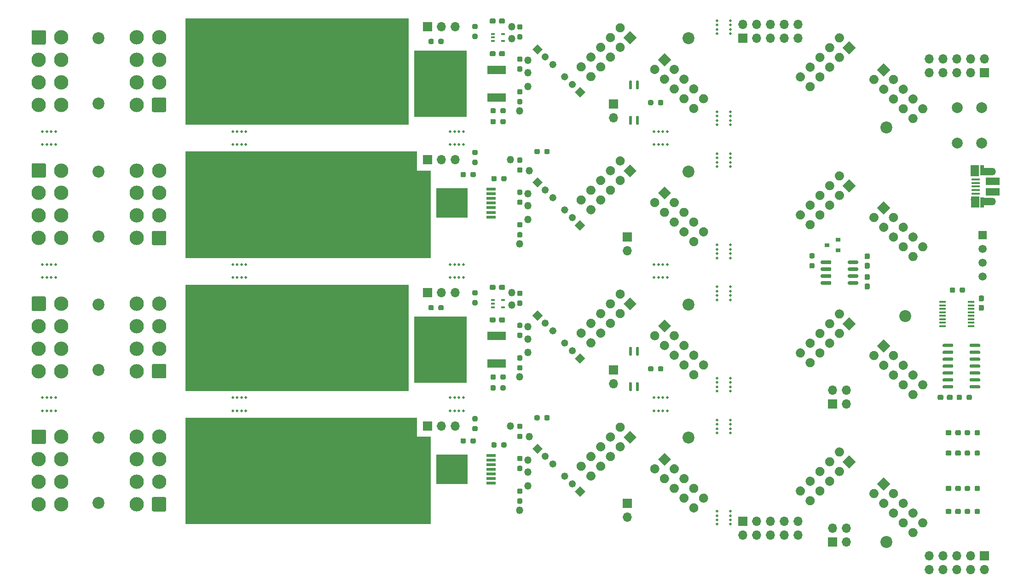
<source format=gbr>
%TF.GenerationSoftware,KiCad,Pcbnew,(5.1.10)-1*%
%TF.CreationDate,2021-11-13T17:44:38+00:00*%
%TF.ProjectId,voltmitten,766f6c74-6d69-4747-9465-6e2e6b696361,01*%
%TF.SameCoordinates,Original*%
%TF.FileFunction,Soldermask,Top*%
%TF.FilePolarity,Negative*%
%FSLAX46Y46*%
G04 Gerber Fmt 4.6, Leading zero omitted, Abs format (unit mm)*
G04 Created by KiCad (PCBNEW (5.1.10)-1) date 2021-11-13 17:44:38*
%MOMM*%
%LPD*%
G01*
G04 APERTURE LIST*
%ADD10C,0.100000*%
%ADD11O,1.350000X1.350000*%
%ADD12C,0.500000*%
%ADD13R,1.700000X1.700000*%
%ADD14O,1.700000X1.700000*%
%ADD15C,2.200000*%
%ADD16C,2.640000*%
%ADD17R,0.650000X0.400000*%
%ADD18R,1.701800X0.558800*%
%ADD19R,5.867400X5.461000*%
%ADD20R,9.750000X12.200000*%
%ADD21R,3.500000X1.600000*%
%ADD22R,2.500000X1.430000*%
%ADD23O,1.700000X1.350000*%
%ADD24O,1.500000X1.100000*%
%ADD25R,1.650000X0.400000*%
%ADD26R,1.500000X2.000000*%
%ADD27R,0.700000X1.825000*%
%ADD28R,2.000000X1.350000*%
%ADD29R,0.900000X0.800000*%
%ADD30C,2.000000*%
%ADD31R,1.200000X0.400000*%
%ADD32C,1.508000*%
%ADD33R,1.508000X1.508000*%
G04 APERTURE END LIST*
D10*
G36*
X130870000Y-109420000D02*
G01*
X89870000Y-109420000D01*
X89870000Y-89920000D01*
X130870000Y-89920000D01*
X130870000Y-109420000D01*
G37*
X130870000Y-109420000D02*
X89870000Y-109420000D01*
X89870000Y-89920000D01*
X130870000Y-89920000D01*
X130870000Y-109420000D01*
G36*
X132370000Y-117920000D02*
G01*
X134870000Y-117920000D01*
X134870000Y-133920000D01*
X89870000Y-133920000D01*
X89870000Y-114420000D01*
X132370000Y-114420000D01*
X132370000Y-117920000D01*
G37*
X132370000Y-117920000D02*
X134870000Y-117920000D01*
X134870000Y-133920000D01*
X89870000Y-133920000D01*
X89870000Y-114420000D01*
X132370000Y-114420000D01*
X132370000Y-117920000D01*
G36*
X132370000Y-68920000D02*
G01*
X134870000Y-68920000D01*
X134870000Y-84920000D01*
X89870000Y-84920000D01*
X89870000Y-65420000D01*
X132370000Y-65420000D01*
X132370000Y-68920000D01*
G37*
X132370000Y-68920000D02*
X134870000Y-68920000D01*
X134870000Y-84920000D01*
X89870000Y-84920000D01*
X89870000Y-65420000D01*
X132370000Y-65420000D01*
X132370000Y-68920000D01*
G36*
X130870000Y-60420000D02*
G01*
X89870000Y-60420000D01*
X89870000Y-40920000D01*
X130870000Y-40920000D01*
X130870000Y-60420000D01*
G37*
X130870000Y-60420000D02*
X89870000Y-60420000D01*
X89870000Y-40920000D01*
X130870000Y-40920000D01*
X130870000Y-60420000D01*
%TO.C,R7*%
G36*
G01*
X231732500Y-110907500D02*
X231732500Y-110432500D01*
G75*
G02*
X231970000Y-110195000I237500J0D01*
G01*
X232470000Y-110195000D01*
G75*
G02*
X232707500Y-110432500I0J-237500D01*
G01*
X232707500Y-110907500D01*
G75*
G02*
X232470000Y-111145000I-237500J0D01*
G01*
X231970000Y-111145000D01*
G75*
G02*
X231732500Y-110907500I0J237500D01*
G01*
G37*
G36*
G01*
X233557500Y-110907500D02*
X233557500Y-110432500D01*
G75*
G02*
X233795000Y-110195000I237500J0D01*
G01*
X234295000Y-110195000D01*
G75*
G02*
X234532500Y-110432500I0J-237500D01*
G01*
X234532500Y-110907500D01*
G75*
G02*
X234295000Y-111145000I-237500J0D01*
G01*
X233795000Y-111145000D01*
G75*
G02*
X233557500Y-110907500I0J237500D01*
G01*
G37*
%TD*%
D11*
%TO.C,TP-B1*%
X152870000Y-97670000D03*
%TD*%
%TO.C,TP-C1*%
X152870000Y-102420000D03*
%TD*%
%TO.C,TP-A1*%
X149870000Y-91420000D03*
%TD*%
%TO.C,TP-B2*%
X152870000Y-99920000D03*
%TD*%
%TO.C,TP-A2*%
X149870000Y-93670000D03*
%TD*%
%TO.C,TP+A2*%
X151370000Y-131420000D03*
%TD*%
%TO.C,TP-C2*%
X151370000Y-106920000D03*
%TD*%
%TO.C,TP+A1*%
X152870000Y-126920000D03*
%TD*%
%TO.C,TP+C2*%
X153120000Y-117920000D03*
%TD*%
%TO.C,TP+C1*%
X149620000Y-115920000D03*
%TD*%
%TO.C,TP+B1*%
X152870000Y-122170000D03*
%TD*%
%TO.C,TP+B2*%
X152870000Y-124420000D03*
%TD*%
D12*
%TO.C,REF\u002A\u002A*%
X176070000Y-110720000D03*
X176870000Y-110720000D03*
X177670000Y-110720000D03*
X178470000Y-110720000D03*
X176070000Y-113120000D03*
X176870000Y-113120000D03*
X177670000Y-113120000D03*
X178470000Y-113120000D03*
%TD*%
D13*
%TO.C,J-1*%
X168600000Y-105640000D03*
D14*
X168600000Y-108180000D03*
%TD*%
D10*
%TO.C,JP-2*%
G36*
X162448427Y-102543833D02*
G01*
X163403021Y-103498427D01*
X162448427Y-104453021D01*
X161493833Y-103498427D01*
X162448427Y-102543833D01*
G37*
G36*
G01*
X161511510Y-101606916D02*
X161511510Y-101606916D01*
G75*
G02*
X161511510Y-102561510I-477297J-477297D01*
G01*
X161511510Y-102561510D01*
G75*
G02*
X160556916Y-102561510I-477297J477297D01*
G01*
X160556916Y-102561510D01*
G75*
G02*
X160556916Y-101606916I477297J477297D01*
G01*
X160556916Y-101606916D01*
G75*
G02*
X161511510Y-101606916I477297J-477297D01*
G01*
G37*
G36*
G01*
X160097297Y-100192703D02*
X160097297Y-100192703D01*
G75*
G02*
X160097297Y-101147297I-477297J-477297D01*
G01*
X160097297Y-101147297D01*
G75*
G02*
X159142703Y-101147297I-477297J477297D01*
G01*
X159142703Y-101147297D01*
G75*
G02*
X159142703Y-100192703I477297J477297D01*
G01*
X159142703Y-100192703D01*
G75*
G02*
X160097297Y-100192703I477297J-477297D01*
G01*
G37*
%TD*%
D12*
%TO.C,REF\u002A\u002A*%
X98570000Y-110720000D03*
X99370000Y-110720000D03*
X100170000Y-110720000D03*
X100970000Y-110720000D03*
X98570000Y-113120000D03*
X99370000Y-113120000D03*
X100170000Y-113120000D03*
X100970000Y-113120000D03*
%TD*%
D10*
%TO.C,JP-1*%
G36*
X154621573Y-96546167D02*
G01*
X153666979Y-95591573D01*
X154621573Y-94636979D01*
X155576167Y-95591573D01*
X154621573Y-96546167D01*
G37*
G36*
G01*
X155558490Y-97483084D02*
X155558490Y-97483084D01*
G75*
G02*
X155558490Y-96528490I477297J477297D01*
G01*
X155558490Y-96528490D01*
G75*
G02*
X156513084Y-96528490I477297J-477297D01*
G01*
X156513084Y-96528490D01*
G75*
G02*
X156513084Y-97483084I-477297J-477297D01*
G01*
X156513084Y-97483084D01*
G75*
G02*
X155558490Y-97483084I-477297J477297D01*
G01*
G37*
G36*
G01*
X156972703Y-98897297D02*
X156972703Y-98897297D01*
G75*
G02*
X156972703Y-97942703I477297J477297D01*
G01*
X156972703Y-97942703D01*
G75*
G02*
X157927297Y-97942703I477297J-477297D01*
G01*
X157927297Y-97942703D01*
G75*
G02*
X157927297Y-98897297I-477297J-477297D01*
G01*
X157927297Y-98897297D01*
G75*
G02*
X156972703Y-98897297I-477297J477297D01*
G01*
G37*
%TD*%
%TO.C,JP+2*%
G36*
X162448427Y-127043833D02*
G01*
X163403021Y-127998427D01*
X162448427Y-128953021D01*
X161493833Y-127998427D01*
X162448427Y-127043833D01*
G37*
G36*
G01*
X161511510Y-126106916D02*
X161511510Y-126106916D01*
G75*
G02*
X161511510Y-127061510I-477297J-477297D01*
G01*
X161511510Y-127061510D01*
G75*
G02*
X160556916Y-127061510I-477297J477297D01*
G01*
X160556916Y-127061510D01*
G75*
G02*
X160556916Y-126106916I477297J477297D01*
G01*
X160556916Y-126106916D01*
G75*
G02*
X161511510Y-126106916I477297J-477297D01*
G01*
G37*
G36*
G01*
X160097297Y-124692703D02*
X160097297Y-124692703D01*
G75*
G02*
X160097297Y-125647297I-477297J-477297D01*
G01*
X160097297Y-125647297D01*
G75*
G02*
X159142703Y-125647297I-477297J477297D01*
G01*
X159142703Y-125647297D01*
G75*
G02*
X159142703Y-124692703I477297J477297D01*
G01*
X159142703Y-124692703D01*
G75*
G02*
X160097297Y-124692703I477297J-477297D01*
G01*
G37*
%TD*%
D13*
%TO.C,J+1*%
X171140000Y-130140000D03*
D14*
X171140000Y-132680000D03*
%TD*%
D10*
%TO.C,JP+1*%
G36*
X154621573Y-121046167D02*
G01*
X153666979Y-120091573D01*
X154621573Y-119136979D01*
X155576167Y-120091573D01*
X154621573Y-121046167D01*
G37*
G36*
G01*
X155558490Y-121983084D02*
X155558490Y-121983084D01*
G75*
G02*
X155558490Y-121028490I477297J477297D01*
G01*
X155558490Y-121028490D01*
G75*
G02*
X156513084Y-121028490I477297J-477297D01*
G01*
X156513084Y-121028490D01*
G75*
G02*
X156513084Y-121983084I-477297J-477297D01*
G01*
X156513084Y-121983084D01*
G75*
G02*
X155558490Y-121983084I-477297J477297D01*
G01*
G37*
G36*
G01*
X156972703Y-123397297D02*
X156972703Y-123397297D01*
G75*
G02*
X156972703Y-122442703I477297J477297D01*
G01*
X156972703Y-122442703D01*
G75*
G02*
X157927297Y-122442703I477297J-477297D01*
G01*
X157927297Y-122442703D01*
G75*
G02*
X157927297Y-123397297I-477297J-477297D01*
G01*
X157927297Y-123397297D01*
G75*
G02*
X156972703Y-123397297I-477297J477297D01*
G01*
G37*
%TD*%
D12*
%TO.C,REF\u002A\u002A*%
X138570000Y-110720000D03*
X139370000Y-110720000D03*
X140170000Y-110720000D03*
X140970000Y-110720000D03*
X138570000Y-113120000D03*
X139370000Y-113120000D03*
X140170000Y-113120000D03*
X140970000Y-113120000D03*
%TD*%
D10*
%TO.C,JSA+1*%
G36*
X170433969Y-117956051D02*
G01*
X171636051Y-116753969D01*
X172838133Y-117956051D01*
X171636051Y-119158133D01*
X170433969Y-117956051D01*
G37*
G36*
G01*
X169238959Y-115558959D02*
X169238959Y-115558959D01*
G75*
G02*
X170441041Y-115558959I601041J-601041D01*
G01*
X170441041Y-115558959D01*
G75*
G02*
X170441041Y-116761041I-601041J-601041D01*
G01*
X170441041Y-116761041D01*
G75*
G02*
X169238959Y-116761041I-601041J601041D01*
G01*
X169238959Y-116761041D01*
G75*
G02*
X169238959Y-115558959I601041J601041D01*
G01*
G37*
G36*
G01*
X169238959Y-119151061D02*
X169238959Y-119151061D01*
G75*
G02*
X170441041Y-119151061I601041J-601041D01*
G01*
X170441041Y-119151061D01*
G75*
G02*
X170441041Y-120353143I-601041J-601041D01*
G01*
X170441041Y-120353143D01*
G75*
G02*
X169238959Y-120353143I-601041J601041D01*
G01*
X169238959Y-120353143D01*
G75*
G02*
X169238959Y-119151061I601041J601041D01*
G01*
G37*
G36*
G01*
X167442908Y-117355010D02*
X167442908Y-117355010D01*
G75*
G02*
X168644990Y-117355010I601041J-601041D01*
G01*
X168644990Y-117355010D01*
G75*
G02*
X168644990Y-118557092I-601041J-601041D01*
G01*
X168644990Y-118557092D01*
G75*
G02*
X167442908Y-118557092I-601041J601041D01*
G01*
X167442908Y-118557092D01*
G75*
G02*
X167442908Y-117355010I601041J601041D01*
G01*
G37*
G36*
G01*
X167442908Y-120947112D02*
X167442908Y-120947112D01*
G75*
G02*
X168644990Y-120947112I601041J-601041D01*
G01*
X168644990Y-120947112D01*
G75*
G02*
X168644990Y-122149194I-601041J-601041D01*
G01*
X168644990Y-122149194D01*
G75*
G02*
X167442908Y-122149194I-601041J601041D01*
G01*
X167442908Y-122149194D01*
G75*
G02*
X167442908Y-120947112I601041J601041D01*
G01*
G37*
G36*
G01*
X165646856Y-119151061D02*
X165646856Y-119151061D01*
G75*
G02*
X166848938Y-119151061I601041J-601041D01*
G01*
X166848938Y-119151061D01*
G75*
G02*
X166848938Y-120353143I-601041J-601041D01*
G01*
X166848938Y-120353143D01*
G75*
G02*
X165646856Y-120353143I-601041J601041D01*
G01*
X165646856Y-120353143D01*
G75*
G02*
X165646856Y-119151061I601041J601041D01*
G01*
G37*
G36*
G01*
X165646856Y-122743164D02*
X165646856Y-122743164D01*
G75*
G02*
X166848938Y-122743164I601041J-601041D01*
G01*
X166848938Y-122743164D01*
G75*
G02*
X166848938Y-123945246I-601041J-601041D01*
G01*
X166848938Y-123945246D01*
G75*
G02*
X165646856Y-123945246I-601041J601041D01*
G01*
X165646856Y-123945246D01*
G75*
G02*
X165646856Y-122743164I601041J601041D01*
G01*
G37*
G36*
G01*
X163850805Y-120947112D02*
X163850805Y-120947112D01*
G75*
G02*
X165052887Y-120947112I601041J-601041D01*
G01*
X165052887Y-120947112D01*
G75*
G02*
X165052887Y-122149194I-601041J-601041D01*
G01*
X165052887Y-122149194D01*
G75*
G02*
X163850805Y-122149194I-601041J601041D01*
G01*
X163850805Y-122149194D01*
G75*
G02*
X163850805Y-120947112I601041J601041D01*
G01*
G37*
G36*
G01*
X163850805Y-124539215D02*
X163850805Y-124539215D01*
G75*
G02*
X165052887Y-124539215I601041J-601041D01*
G01*
X165052887Y-124539215D01*
G75*
G02*
X165052887Y-125741297I-601041J-601041D01*
G01*
X165052887Y-125741297D01*
G75*
G02*
X163850805Y-125741297I-601041J601041D01*
G01*
X163850805Y-125741297D01*
G75*
G02*
X163850805Y-124539215I601041J601041D01*
G01*
G37*
G36*
G01*
X162054754Y-122743164D02*
X162054754Y-122743164D01*
G75*
G02*
X163256836Y-122743164I601041J-601041D01*
G01*
X163256836Y-122743164D01*
G75*
G02*
X163256836Y-123945246I-601041J-601041D01*
G01*
X163256836Y-123945246D01*
G75*
G02*
X162054754Y-123945246I-601041J601041D01*
G01*
X162054754Y-123945246D01*
G75*
G02*
X162054754Y-122743164I601041J601041D01*
G01*
G37*
%TD*%
%TO.C,C-1*%
G36*
G01*
X145832500Y-96657500D02*
X145832500Y-96182500D01*
G75*
G02*
X146070000Y-95945000I237500J0D01*
G01*
X146670000Y-95945000D01*
G75*
G02*
X146907500Y-96182500I0J-237500D01*
G01*
X146907500Y-96657500D01*
G75*
G02*
X146670000Y-96895000I-237500J0D01*
G01*
X146070000Y-96895000D01*
G75*
G02*
X145832500Y-96657500I0J237500D01*
G01*
G37*
G36*
G01*
X147557500Y-96657500D02*
X147557500Y-96182500D01*
G75*
G02*
X147795000Y-95945000I237500J0D01*
G01*
X148395000Y-95945000D01*
G75*
G02*
X148632500Y-96182500I0J-237500D01*
G01*
X148632500Y-96657500D01*
G75*
G02*
X148395000Y-96895000I-237500J0D01*
G01*
X147795000Y-96895000D01*
G75*
G02*
X147557500Y-96657500I0J237500D01*
G01*
G37*
%TD*%
D12*
%TO.C,REF\u002A\u002A*%
X63570000Y-110720000D03*
X64370000Y-110720000D03*
X65170000Y-110720000D03*
X65970000Y-110720000D03*
X63570000Y-113120000D03*
X64370000Y-113120000D03*
X65170000Y-113120000D03*
X65970000Y-113120000D03*
%TD*%
D10*
%TO.C,JSA-1*%
G36*
X170433969Y-93456051D02*
G01*
X171636051Y-92253969D01*
X172838133Y-93456051D01*
X171636051Y-94658133D01*
X170433969Y-93456051D01*
G37*
G36*
G01*
X169238959Y-91058959D02*
X169238959Y-91058959D01*
G75*
G02*
X170441041Y-91058959I601041J-601041D01*
G01*
X170441041Y-91058959D01*
G75*
G02*
X170441041Y-92261041I-601041J-601041D01*
G01*
X170441041Y-92261041D01*
G75*
G02*
X169238959Y-92261041I-601041J601041D01*
G01*
X169238959Y-92261041D01*
G75*
G02*
X169238959Y-91058959I601041J601041D01*
G01*
G37*
G36*
G01*
X169238959Y-94651061D02*
X169238959Y-94651061D01*
G75*
G02*
X170441041Y-94651061I601041J-601041D01*
G01*
X170441041Y-94651061D01*
G75*
G02*
X170441041Y-95853143I-601041J-601041D01*
G01*
X170441041Y-95853143D01*
G75*
G02*
X169238959Y-95853143I-601041J601041D01*
G01*
X169238959Y-95853143D01*
G75*
G02*
X169238959Y-94651061I601041J601041D01*
G01*
G37*
G36*
G01*
X167442908Y-92855010D02*
X167442908Y-92855010D01*
G75*
G02*
X168644990Y-92855010I601041J-601041D01*
G01*
X168644990Y-92855010D01*
G75*
G02*
X168644990Y-94057092I-601041J-601041D01*
G01*
X168644990Y-94057092D01*
G75*
G02*
X167442908Y-94057092I-601041J601041D01*
G01*
X167442908Y-94057092D01*
G75*
G02*
X167442908Y-92855010I601041J601041D01*
G01*
G37*
G36*
G01*
X167442908Y-96447112D02*
X167442908Y-96447112D01*
G75*
G02*
X168644990Y-96447112I601041J-601041D01*
G01*
X168644990Y-96447112D01*
G75*
G02*
X168644990Y-97649194I-601041J-601041D01*
G01*
X168644990Y-97649194D01*
G75*
G02*
X167442908Y-97649194I-601041J601041D01*
G01*
X167442908Y-97649194D01*
G75*
G02*
X167442908Y-96447112I601041J601041D01*
G01*
G37*
G36*
G01*
X165646856Y-94651061D02*
X165646856Y-94651061D01*
G75*
G02*
X166848938Y-94651061I601041J-601041D01*
G01*
X166848938Y-94651061D01*
G75*
G02*
X166848938Y-95853143I-601041J-601041D01*
G01*
X166848938Y-95853143D01*
G75*
G02*
X165646856Y-95853143I-601041J601041D01*
G01*
X165646856Y-95853143D01*
G75*
G02*
X165646856Y-94651061I601041J601041D01*
G01*
G37*
G36*
G01*
X165646856Y-98243164D02*
X165646856Y-98243164D01*
G75*
G02*
X166848938Y-98243164I601041J-601041D01*
G01*
X166848938Y-98243164D01*
G75*
G02*
X166848938Y-99445246I-601041J-601041D01*
G01*
X166848938Y-99445246D01*
G75*
G02*
X165646856Y-99445246I-601041J601041D01*
G01*
X165646856Y-99445246D01*
G75*
G02*
X165646856Y-98243164I601041J601041D01*
G01*
G37*
G36*
G01*
X163850805Y-96447112D02*
X163850805Y-96447112D01*
G75*
G02*
X165052887Y-96447112I601041J-601041D01*
G01*
X165052887Y-96447112D01*
G75*
G02*
X165052887Y-97649194I-601041J-601041D01*
G01*
X165052887Y-97649194D01*
G75*
G02*
X163850805Y-97649194I-601041J601041D01*
G01*
X163850805Y-97649194D01*
G75*
G02*
X163850805Y-96447112I601041J601041D01*
G01*
G37*
G36*
G01*
X163850805Y-100039215D02*
X163850805Y-100039215D01*
G75*
G02*
X165052887Y-100039215I601041J-601041D01*
G01*
X165052887Y-100039215D01*
G75*
G02*
X165052887Y-101241297I-601041J-601041D01*
G01*
X165052887Y-101241297D01*
G75*
G02*
X163850805Y-101241297I-601041J601041D01*
G01*
X163850805Y-101241297D01*
G75*
G02*
X163850805Y-100039215I601041J601041D01*
G01*
G37*
G36*
G01*
X162054754Y-98243164D02*
X162054754Y-98243164D01*
G75*
G02*
X163256836Y-98243164I601041J-601041D01*
G01*
X163256836Y-98243164D01*
G75*
G02*
X163256836Y-99445246I-601041J-601041D01*
G01*
X163256836Y-99445246D01*
G75*
G02*
X162054754Y-99445246I-601041J601041D01*
G01*
X162054754Y-99445246D01*
G75*
G02*
X162054754Y-98243164I601041J601041D01*
G01*
G37*
%TD*%
%TO.C,C-2*%
G36*
G01*
X145832500Y-90657500D02*
X145832500Y-90182500D01*
G75*
G02*
X146070000Y-89945000I237500J0D01*
G01*
X146670000Y-89945000D01*
G75*
G02*
X146907500Y-90182500I0J-237500D01*
G01*
X146907500Y-90657500D01*
G75*
G02*
X146670000Y-90895000I-237500J0D01*
G01*
X146070000Y-90895000D01*
G75*
G02*
X145832500Y-90657500I0J237500D01*
G01*
G37*
G36*
G01*
X147557500Y-90657500D02*
X147557500Y-90182500D01*
G75*
G02*
X147795000Y-89945000I237500J0D01*
G01*
X148395000Y-89945000D01*
G75*
G02*
X148632500Y-90182500I0J-237500D01*
G01*
X148632500Y-90657500D01*
G75*
G02*
X148395000Y-90895000I-237500J0D01*
G01*
X147795000Y-90895000D01*
G75*
G02*
X147557500Y-90657500I0J237500D01*
G01*
G37*
%TD*%
D15*
%TO.C,REF\u002A\u002A*%
X73870000Y-118100000D03*
%TD*%
%TO.C,REF\u002A\u002A*%
X182370000Y-118100000D03*
%TD*%
D16*
%TO.C,J+2*%
X67010000Y-130340000D03*
X67010000Y-126200000D03*
X67010000Y-122060000D03*
X67010000Y-117920000D03*
X62870000Y-130340000D03*
X62870000Y-126200000D03*
X62870000Y-122060000D03*
G36*
G01*
X61550000Y-118990000D02*
X61550000Y-116850000D01*
G75*
G02*
X61800000Y-116600000I250000J0D01*
G01*
X63940000Y-116600000D01*
G75*
G02*
X64190000Y-116850000I0J-250000D01*
G01*
X64190000Y-118990000D01*
G75*
G02*
X63940000Y-119240000I-250000J0D01*
G01*
X61800000Y-119240000D01*
G75*
G02*
X61550000Y-118990000I0J250000D01*
G01*
G37*
%TD*%
%TO.C,R+1*%
G36*
G01*
X154057500Y-114657500D02*
X154057500Y-114182500D01*
G75*
G02*
X154295000Y-113945000I237500J0D01*
G01*
X154795000Y-113945000D01*
G75*
G02*
X155032500Y-114182500I0J-237500D01*
G01*
X155032500Y-114657500D01*
G75*
G02*
X154795000Y-114895000I-237500J0D01*
G01*
X154295000Y-114895000D01*
G75*
G02*
X154057500Y-114657500I0J237500D01*
G01*
G37*
G36*
G01*
X155882500Y-114657500D02*
X155882500Y-114182500D01*
G75*
G02*
X156120000Y-113945000I237500J0D01*
G01*
X156620000Y-113945000D01*
G75*
G02*
X156857500Y-114182500I0J-237500D01*
G01*
X156857500Y-114657500D01*
G75*
G02*
X156620000Y-114895000I-237500J0D01*
G01*
X156120000Y-114895000D01*
G75*
G02*
X155882500Y-114657500I0J237500D01*
G01*
G37*
%TD*%
%TO.C,R+2*%
G36*
G01*
X148932500Y-119182500D02*
X148932500Y-119657500D01*
G75*
G02*
X148695000Y-119895000I-237500J0D01*
G01*
X148195000Y-119895000D01*
G75*
G02*
X147957500Y-119657500I0J237500D01*
G01*
X147957500Y-119182500D01*
G75*
G02*
X148195000Y-118945000I237500J0D01*
G01*
X148695000Y-118945000D01*
G75*
G02*
X148932500Y-119182500I0J-237500D01*
G01*
G37*
G36*
G01*
X147107500Y-119182500D02*
X147107500Y-119657500D01*
G75*
G02*
X146870000Y-119895000I-237500J0D01*
G01*
X146370000Y-119895000D01*
G75*
G02*
X146132500Y-119657500I0J237500D01*
G01*
X146132500Y-119182500D01*
G75*
G02*
X146370000Y-118945000I237500J0D01*
G01*
X146870000Y-118945000D01*
G75*
G02*
X147107500Y-119182500I0J-237500D01*
G01*
G37*
%TD*%
%TO.C,J-2*%
X67010000Y-105840000D03*
X67010000Y-101700000D03*
X67010000Y-97560000D03*
X67010000Y-93420000D03*
X62870000Y-105840000D03*
X62870000Y-101700000D03*
X62870000Y-97560000D03*
G36*
G01*
X61550000Y-94490000D02*
X61550000Y-92350000D01*
G75*
G02*
X61800000Y-92100000I250000J0D01*
G01*
X63940000Y-92100000D01*
G75*
G02*
X64190000Y-92350000I0J-250000D01*
G01*
X64190000Y-94490000D01*
G75*
G02*
X63940000Y-94740000I-250000J0D01*
G01*
X61800000Y-94740000D01*
G75*
G02*
X61550000Y-94490000I0J250000D01*
G01*
G37*
%TD*%
D15*
%TO.C,REF\u002A\u002A*%
X182370000Y-93600000D03*
%TD*%
%TO.C,R+A1*%
G36*
G01*
X151132500Y-127432500D02*
X151607500Y-127432500D01*
G75*
G02*
X151845000Y-127670000I0J-237500D01*
G01*
X151845000Y-128170000D01*
G75*
G02*
X151607500Y-128407500I-237500J0D01*
G01*
X151132500Y-128407500D01*
G75*
G02*
X150895000Y-128170000I0J237500D01*
G01*
X150895000Y-127670000D01*
G75*
G02*
X151132500Y-127432500I237500J0D01*
G01*
G37*
G36*
G01*
X151132500Y-129257500D02*
X151607500Y-129257500D01*
G75*
G02*
X151845000Y-129495000I0J-237500D01*
G01*
X151845000Y-129995000D01*
G75*
G02*
X151607500Y-130232500I-237500J0D01*
G01*
X151132500Y-130232500D01*
G75*
G02*
X150895000Y-129995000I0J237500D01*
G01*
X150895000Y-129495000D01*
G75*
G02*
X151132500Y-129257500I237500J0D01*
G01*
G37*
%TD*%
%TO.C,R-2*%
G36*
G01*
X148770000Y-108682500D02*
X148770000Y-109157500D01*
G75*
G02*
X148532500Y-109395000I-237500J0D01*
G01*
X148032500Y-109395000D01*
G75*
G02*
X147795000Y-109157500I0J237500D01*
G01*
X147795000Y-108682500D01*
G75*
G02*
X148032500Y-108445000I237500J0D01*
G01*
X148532500Y-108445000D01*
G75*
G02*
X148770000Y-108682500I0J-237500D01*
G01*
G37*
G36*
G01*
X146945000Y-108682500D02*
X146945000Y-109157500D01*
G75*
G02*
X146707500Y-109395000I-237500J0D01*
G01*
X146207500Y-109395000D01*
G75*
G02*
X145970000Y-109157500I0J237500D01*
G01*
X145970000Y-108682500D01*
G75*
G02*
X146207500Y-108445000I237500J0D01*
G01*
X146707500Y-108445000D01*
G75*
G02*
X146945000Y-108682500I0J-237500D01*
G01*
G37*
%TD*%
D17*
%TO.C,U-2*%
X146420000Y-92770000D03*
X146420000Y-94070000D03*
X146420000Y-93420000D03*
X148320000Y-94070000D03*
X148320000Y-92770000D03*
%TD*%
D15*
%TO.C,REF\u002A\u002A*%
X73870000Y-93600000D03*
%TD*%
%TO.C,REF\u002A\u002A*%
X73870000Y-130100000D03*
%TD*%
%TO.C,R-C1*%
G36*
G01*
X151607500Y-105732500D02*
X151132500Y-105732500D01*
G75*
G02*
X150895000Y-105495000I0J237500D01*
G01*
X150895000Y-104995000D01*
G75*
G02*
X151132500Y-104757500I237500J0D01*
G01*
X151607500Y-104757500D01*
G75*
G02*
X151845000Y-104995000I0J-237500D01*
G01*
X151845000Y-105495000D01*
G75*
G02*
X151607500Y-105732500I-237500J0D01*
G01*
G37*
G36*
G01*
X151607500Y-103907500D02*
X151132500Y-103907500D01*
G75*
G02*
X150895000Y-103670000I0J237500D01*
G01*
X150895000Y-103170000D01*
G75*
G02*
X151132500Y-102932500I237500J0D01*
G01*
X151607500Y-102932500D01*
G75*
G02*
X151845000Y-103170000I0J-237500D01*
G01*
X151845000Y-103670000D01*
G75*
G02*
X151607500Y-103907500I-237500J0D01*
G01*
G37*
%TD*%
%TO.C,U-1*%
G36*
G01*
X172867500Y-101370000D02*
X173142500Y-101370000D01*
G75*
G02*
X173280000Y-101507500I0J-137500D01*
G01*
X173280000Y-102832500D01*
G75*
G02*
X173142500Y-102970000I-137500J0D01*
G01*
X172867500Y-102970000D01*
G75*
G02*
X172730000Y-102832500I0J137500D01*
G01*
X172730000Y-101507500D01*
G75*
G02*
X172867500Y-101370000I137500J0D01*
G01*
G37*
G36*
G01*
X171597500Y-101370000D02*
X171872500Y-101370000D01*
G75*
G02*
X172010000Y-101507500I0J-137500D01*
G01*
X172010000Y-102832500D01*
G75*
G02*
X171872500Y-102970000I-137500J0D01*
G01*
X171597500Y-102970000D01*
G75*
G02*
X171460000Y-102832500I0J137500D01*
G01*
X171460000Y-101507500D01*
G75*
G02*
X171597500Y-101370000I137500J0D01*
G01*
G37*
G36*
G01*
X171597500Y-107870000D02*
X171872500Y-107870000D01*
G75*
G02*
X172010000Y-108007500I0J-137500D01*
G01*
X172010000Y-109332500D01*
G75*
G02*
X171872500Y-109470000I-137500J0D01*
G01*
X171597500Y-109470000D01*
G75*
G02*
X171460000Y-109332500I0J137500D01*
G01*
X171460000Y-108007500D01*
G75*
G02*
X171597500Y-107870000I137500J0D01*
G01*
G37*
G36*
G01*
X172867500Y-107870000D02*
X173142500Y-107870000D01*
G75*
G02*
X173280000Y-108007500I0J-137500D01*
G01*
X173280000Y-109332500D01*
G75*
G02*
X173142500Y-109470000I-137500J0D01*
G01*
X172867500Y-109470000D01*
G75*
G02*
X172730000Y-109332500I0J137500D01*
G01*
X172730000Y-108007500D01*
G75*
G02*
X172867500Y-107870000I137500J0D01*
G01*
G37*
%TD*%
D10*
%TO.C,JSB+1*%
G36*
X177986051Y-123226031D02*
G01*
X176783969Y-122023949D01*
X177986051Y-120821867D01*
X179188133Y-122023949D01*
X177986051Y-123226031D01*
G37*
G36*
G01*
X175588959Y-124421041D02*
X175588959Y-124421041D01*
G75*
G02*
X175588959Y-123218959I601041J601041D01*
G01*
X175588959Y-123218959D01*
G75*
G02*
X176791041Y-123218959I601041J-601041D01*
G01*
X176791041Y-123218959D01*
G75*
G02*
X176791041Y-124421041I-601041J-601041D01*
G01*
X176791041Y-124421041D01*
G75*
G02*
X175588959Y-124421041I-601041J601041D01*
G01*
G37*
G36*
G01*
X179181061Y-124421041D02*
X179181061Y-124421041D01*
G75*
G02*
X179181061Y-123218959I601041J601041D01*
G01*
X179181061Y-123218959D01*
G75*
G02*
X180383143Y-123218959I601041J-601041D01*
G01*
X180383143Y-123218959D01*
G75*
G02*
X180383143Y-124421041I-601041J-601041D01*
G01*
X180383143Y-124421041D01*
G75*
G02*
X179181061Y-124421041I-601041J601041D01*
G01*
G37*
G36*
G01*
X177385010Y-126217092D02*
X177385010Y-126217092D01*
G75*
G02*
X177385010Y-125015010I601041J601041D01*
G01*
X177385010Y-125015010D01*
G75*
G02*
X178587092Y-125015010I601041J-601041D01*
G01*
X178587092Y-125015010D01*
G75*
G02*
X178587092Y-126217092I-601041J-601041D01*
G01*
X178587092Y-126217092D01*
G75*
G02*
X177385010Y-126217092I-601041J601041D01*
G01*
G37*
G36*
G01*
X180977112Y-126217092D02*
X180977112Y-126217092D01*
G75*
G02*
X180977112Y-125015010I601041J601041D01*
G01*
X180977112Y-125015010D01*
G75*
G02*
X182179194Y-125015010I601041J-601041D01*
G01*
X182179194Y-125015010D01*
G75*
G02*
X182179194Y-126217092I-601041J-601041D01*
G01*
X182179194Y-126217092D01*
G75*
G02*
X180977112Y-126217092I-601041J601041D01*
G01*
G37*
G36*
G01*
X179181061Y-128013144D02*
X179181061Y-128013144D01*
G75*
G02*
X179181061Y-126811062I601041J601041D01*
G01*
X179181061Y-126811062D01*
G75*
G02*
X180383143Y-126811062I601041J-601041D01*
G01*
X180383143Y-126811062D01*
G75*
G02*
X180383143Y-128013144I-601041J-601041D01*
G01*
X180383143Y-128013144D01*
G75*
G02*
X179181061Y-128013144I-601041J601041D01*
G01*
G37*
G36*
G01*
X182773164Y-128013144D02*
X182773164Y-128013144D01*
G75*
G02*
X182773164Y-126811062I601041J601041D01*
G01*
X182773164Y-126811062D01*
G75*
G02*
X183975246Y-126811062I601041J-601041D01*
G01*
X183975246Y-126811062D01*
G75*
G02*
X183975246Y-128013144I-601041J-601041D01*
G01*
X183975246Y-128013144D01*
G75*
G02*
X182773164Y-128013144I-601041J601041D01*
G01*
G37*
G36*
G01*
X180977112Y-129809195D02*
X180977112Y-129809195D01*
G75*
G02*
X180977112Y-128607113I601041J601041D01*
G01*
X180977112Y-128607113D01*
G75*
G02*
X182179194Y-128607113I601041J-601041D01*
G01*
X182179194Y-128607113D01*
G75*
G02*
X182179194Y-129809195I-601041J-601041D01*
G01*
X182179194Y-129809195D01*
G75*
G02*
X180977112Y-129809195I-601041J601041D01*
G01*
G37*
G36*
G01*
X184569215Y-129809195D02*
X184569215Y-129809195D01*
G75*
G02*
X184569215Y-128607113I601041J601041D01*
G01*
X184569215Y-128607113D01*
G75*
G02*
X185771297Y-128607113I601041J-601041D01*
G01*
X185771297Y-128607113D01*
G75*
G02*
X185771297Y-129809195I-601041J-601041D01*
G01*
X185771297Y-129809195D01*
G75*
G02*
X184569215Y-129809195I-601041J601041D01*
G01*
G37*
G36*
G01*
X182773164Y-131605246D02*
X182773164Y-131605246D01*
G75*
G02*
X182773164Y-130403164I601041J601041D01*
G01*
X182773164Y-130403164D01*
G75*
G02*
X183975246Y-130403164I601041J-601041D01*
G01*
X183975246Y-130403164D01*
G75*
G02*
X183975246Y-131605246I-601041J-601041D01*
G01*
X183975246Y-131605246D01*
G75*
G02*
X182773164Y-131605246I-601041J601041D01*
G01*
G37*
%TD*%
%TO.C,JSB-1*%
G36*
X177986051Y-98726031D02*
G01*
X176783969Y-97523949D01*
X177986051Y-96321867D01*
X179188133Y-97523949D01*
X177986051Y-98726031D01*
G37*
G36*
G01*
X175588959Y-99921041D02*
X175588959Y-99921041D01*
G75*
G02*
X175588959Y-98718959I601041J601041D01*
G01*
X175588959Y-98718959D01*
G75*
G02*
X176791041Y-98718959I601041J-601041D01*
G01*
X176791041Y-98718959D01*
G75*
G02*
X176791041Y-99921041I-601041J-601041D01*
G01*
X176791041Y-99921041D01*
G75*
G02*
X175588959Y-99921041I-601041J601041D01*
G01*
G37*
G36*
G01*
X179181061Y-99921041D02*
X179181061Y-99921041D01*
G75*
G02*
X179181061Y-98718959I601041J601041D01*
G01*
X179181061Y-98718959D01*
G75*
G02*
X180383143Y-98718959I601041J-601041D01*
G01*
X180383143Y-98718959D01*
G75*
G02*
X180383143Y-99921041I-601041J-601041D01*
G01*
X180383143Y-99921041D01*
G75*
G02*
X179181061Y-99921041I-601041J601041D01*
G01*
G37*
G36*
G01*
X177385010Y-101717092D02*
X177385010Y-101717092D01*
G75*
G02*
X177385010Y-100515010I601041J601041D01*
G01*
X177385010Y-100515010D01*
G75*
G02*
X178587092Y-100515010I601041J-601041D01*
G01*
X178587092Y-100515010D01*
G75*
G02*
X178587092Y-101717092I-601041J-601041D01*
G01*
X178587092Y-101717092D01*
G75*
G02*
X177385010Y-101717092I-601041J601041D01*
G01*
G37*
G36*
G01*
X180977112Y-101717092D02*
X180977112Y-101717092D01*
G75*
G02*
X180977112Y-100515010I601041J601041D01*
G01*
X180977112Y-100515010D01*
G75*
G02*
X182179194Y-100515010I601041J-601041D01*
G01*
X182179194Y-100515010D01*
G75*
G02*
X182179194Y-101717092I-601041J-601041D01*
G01*
X182179194Y-101717092D01*
G75*
G02*
X180977112Y-101717092I-601041J601041D01*
G01*
G37*
G36*
G01*
X179181061Y-103513144D02*
X179181061Y-103513144D01*
G75*
G02*
X179181061Y-102311062I601041J601041D01*
G01*
X179181061Y-102311062D01*
G75*
G02*
X180383143Y-102311062I601041J-601041D01*
G01*
X180383143Y-102311062D01*
G75*
G02*
X180383143Y-103513144I-601041J-601041D01*
G01*
X180383143Y-103513144D01*
G75*
G02*
X179181061Y-103513144I-601041J601041D01*
G01*
G37*
G36*
G01*
X182773164Y-103513144D02*
X182773164Y-103513144D01*
G75*
G02*
X182773164Y-102311062I601041J601041D01*
G01*
X182773164Y-102311062D01*
G75*
G02*
X183975246Y-102311062I601041J-601041D01*
G01*
X183975246Y-102311062D01*
G75*
G02*
X183975246Y-103513144I-601041J-601041D01*
G01*
X183975246Y-103513144D01*
G75*
G02*
X182773164Y-103513144I-601041J601041D01*
G01*
G37*
G36*
G01*
X180977112Y-105309195D02*
X180977112Y-105309195D01*
G75*
G02*
X180977112Y-104107113I601041J601041D01*
G01*
X180977112Y-104107113D01*
G75*
G02*
X182179194Y-104107113I601041J-601041D01*
G01*
X182179194Y-104107113D01*
G75*
G02*
X182179194Y-105309195I-601041J-601041D01*
G01*
X182179194Y-105309195D01*
G75*
G02*
X180977112Y-105309195I-601041J601041D01*
G01*
G37*
G36*
G01*
X184569215Y-105309195D02*
X184569215Y-105309195D01*
G75*
G02*
X184569215Y-104107113I601041J601041D01*
G01*
X184569215Y-104107113D01*
G75*
G02*
X185771297Y-104107113I601041J-601041D01*
G01*
X185771297Y-104107113D01*
G75*
G02*
X185771297Y-105309195I-601041J-601041D01*
G01*
X185771297Y-105309195D01*
G75*
G02*
X184569215Y-105309195I-601041J601041D01*
G01*
G37*
G36*
G01*
X182773164Y-107105246D02*
X182773164Y-107105246D01*
G75*
G02*
X182773164Y-105903164I601041J601041D01*
G01*
X182773164Y-105903164D01*
G75*
G02*
X183975246Y-105903164I601041J-601041D01*
G01*
X183975246Y-105903164D01*
G75*
G02*
X183975246Y-107105246I-601041J-601041D01*
G01*
X183975246Y-107105246D01*
G75*
G02*
X182773164Y-107105246I-601041J601041D01*
G01*
G37*
%TD*%
D18*
%TO.C,U+1*%
X146072300Y-126470000D03*
X146072300Y-125619999D03*
X146072300Y-124770001D03*
X146072300Y-123920000D03*
X146072300Y-123069999D03*
X146072300Y-122220001D03*
X146072300Y-121370000D03*
D19*
X138858700Y-123920000D03*
%TD*%
D20*
%TO.C,Q-1*%
X136795000Y-101920000D03*
D21*
X147070000Y-104460000D03*
X147070000Y-99380000D03*
%TD*%
%TO.C,R+C1*%
G36*
G01*
X151132500Y-115520000D02*
X151607500Y-115520000D01*
G75*
G02*
X151845000Y-115757500I0J-237500D01*
G01*
X151845000Y-116257500D01*
G75*
G02*
X151607500Y-116495000I-237500J0D01*
G01*
X151132500Y-116495000D01*
G75*
G02*
X150895000Y-116257500I0J237500D01*
G01*
X150895000Y-115757500D01*
G75*
G02*
X151132500Y-115520000I237500J0D01*
G01*
G37*
G36*
G01*
X151132500Y-117345000D02*
X151607500Y-117345000D01*
G75*
G02*
X151845000Y-117582500I0J-237500D01*
G01*
X151845000Y-118082500D01*
G75*
G02*
X151607500Y-118320000I-237500J0D01*
G01*
X151132500Y-118320000D01*
G75*
G02*
X150895000Y-118082500I0J237500D01*
G01*
X150895000Y-117582500D01*
G75*
G02*
X151132500Y-117345000I237500J0D01*
G01*
G37*
%TD*%
%TO.C,R-3*%
G36*
G01*
X145970000Y-107157500D02*
X145970000Y-106682500D01*
G75*
G02*
X146207500Y-106445000I237500J0D01*
G01*
X146707500Y-106445000D01*
G75*
G02*
X146945000Y-106682500I0J-237500D01*
G01*
X146945000Y-107157500D01*
G75*
G02*
X146707500Y-107395000I-237500J0D01*
G01*
X146207500Y-107395000D01*
G75*
G02*
X145970000Y-107157500I0J237500D01*
G01*
G37*
G36*
G01*
X147795000Y-107157500D02*
X147795000Y-106682500D01*
G75*
G02*
X148032500Y-106445000I237500J0D01*
G01*
X148532500Y-106445000D01*
G75*
G02*
X148770000Y-106682500I0J-237500D01*
G01*
X148770000Y-107157500D01*
G75*
G02*
X148532500Y-107395000I-237500J0D01*
G01*
X148032500Y-107395000D01*
G75*
G02*
X147795000Y-107157500I0J237500D01*
G01*
G37*
%TD*%
%TO.C,R+B1*%
G36*
G01*
X151132500Y-121432500D02*
X151607500Y-121432500D01*
G75*
G02*
X151845000Y-121670000I0J-237500D01*
G01*
X151845000Y-122170000D01*
G75*
G02*
X151607500Y-122407500I-237500J0D01*
G01*
X151132500Y-122407500D01*
G75*
G02*
X150895000Y-122170000I0J237500D01*
G01*
X150895000Y-121670000D01*
G75*
G02*
X151132500Y-121432500I237500J0D01*
G01*
G37*
G36*
G01*
X151132500Y-123257500D02*
X151607500Y-123257500D01*
G75*
G02*
X151845000Y-123495000I0J-237500D01*
G01*
X151845000Y-123995000D01*
G75*
G02*
X151607500Y-124232500I-237500J0D01*
G01*
X151132500Y-124232500D01*
G75*
G02*
X150895000Y-123995000I0J237500D01*
G01*
X150895000Y-123495000D01*
G75*
G02*
X151132500Y-123257500I237500J0D01*
G01*
G37*
%TD*%
D16*
%TO.C,J-3*%
X80870000Y-93420000D03*
X80870000Y-97560000D03*
X80870000Y-101700000D03*
X80870000Y-105840000D03*
X85010000Y-93420000D03*
X85010000Y-97560000D03*
X85010000Y-101700000D03*
G36*
G01*
X86330000Y-104770000D02*
X86330000Y-106910000D01*
G75*
G02*
X86080000Y-107160000I-250000J0D01*
G01*
X83940000Y-107160000D01*
G75*
G02*
X83690000Y-106910000I0J250000D01*
G01*
X83690000Y-104770000D01*
G75*
G02*
X83940000Y-104520000I250000J0D01*
G01*
X86080000Y-104520000D01*
G75*
G02*
X86330000Y-104770000I0J-250000D01*
G01*
G37*
%TD*%
D15*
%TO.C,REF\u002A\u002A*%
X73870000Y-105600000D03*
%TD*%
D16*
%TO.C,J+3*%
X80870000Y-117920000D03*
X80870000Y-122060000D03*
X80870000Y-126200000D03*
X80870000Y-130340000D03*
X85010000Y-117920000D03*
X85010000Y-122060000D03*
X85010000Y-126200000D03*
G36*
G01*
X86330000Y-129270000D02*
X86330000Y-131410000D01*
G75*
G02*
X86080000Y-131660000I-250000J0D01*
G01*
X83940000Y-131660000D01*
G75*
G02*
X83690000Y-131410000I0J250000D01*
G01*
X83690000Y-129270000D01*
G75*
G02*
X83940000Y-129020000I250000J0D01*
G01*
X86080000Y-129020000D01*
G75*
G02*
X86330000Y-129270000I0J-250000D01*
G01*
G37*
%TD*%
%TO.C,R-1*%
G36*
G01*
X174970000Y-105657500D02*
X174970000Y-105182500D01*
G75*
G02*
X175207500Y-104945000I237500J0D01*
G01*
X175707500Y-104945000D01*
G75*
G02*
X175945000Y-105182500I0J-237500D01*
G01*
X175945000Y-105657500D01*
G75*
G02*
X175707500Y-105895000I-237500J0D01*
G01*
X175207500Y-105895000D01*
G75*
G02*
X174970000Y-105657500I0J237500D01*
G01*
G37*
G36*
G01*
X176795000Y-105657500D02*
X176795000Y-105182500D01*
G75*
G02*
X177032500Y-104945000I237500J0D01*
G01*
X177532500Y-104945000D01*
G75*
G02*
X177770000Y-105182500I0J-237500D01*
G01*
X177770000Y-105657500D01*
G75*
G02*
X177532500Y-105895000I-237500J0D01*
G01*
X177032500Y-105895000D01*
G75*
G02*
X176795000Y-105657500I0J237500D01*
G01*
G37*
%TD*%
%TO.C,R-A1*%
G36*
G01*
X151607500Y-93820000D02*
X151132500Y-93820000D01*
G75*
G02*
X150895000Y-93582500I0J237500D01*
G01*
X150895000Y-93082500D01*
G75*
G02*
X151132500Y-92845000I237500J0D01*
G01*
X151607500Y-92845000D01*
G75*
G02*
X151845000Y-93082500I0J-237500D01*
G01*
X151845000Y-93582500D01*
G75*
G02*
X151607500Y-93820000I-237500J0D01*
G01*
G37*
G36*
G01*
X151607500Y-91995000D02*
X151132500Y-91995000D01*
G75*
G02*
X150895000Y-91757500I0J237500D01*
G01*
X150895000Y-91257500D01*
G75*
G02*
X151132500Y-91020000I237500J0D01*
G01*
X151607500Y-91020000D01*
G75*
G02*
X151845000Y-91257500I0J-237500D01*
G01*
X151845000Y-91757500D01*
G75*
G02*
X151607500Y-91995000I-237500J0D01*
G01*
G37*
%TD*%
%TO.C,R-B1*%
G36*
G01*
X151607500Y-99732500D02*
X151132500Y-99732500D01*
G75*
G02*
X150895000Y-99495000I0J237500D01*
G01*
X150895000Y-98995000D01*
G75*
G02*
X151132500Y-98757500I237500J0D01*
G01*
X151607500Y-98757500D01*
G75*
G02*
X151845000Y-98995000I0J-237500D01*
G01*
X151845000Y-99495000D01*
G75*
G02*
X151607500Y-99732500I-237500J0D01*
G01*
G37*
G36*
G01*
X151607500Y-97907500D02*
X151132500Y-97907500D01*
G75*
G02*
X150895000Y-97670000I0J237500D01*
G01*
X150895000Y-97170000D01*
G75*
G02*
X151132500Y-96932500I237500J0D01*
G01*
X151607500Y-96932500D01*
G75*
G02*
X151845000Y-97170000I0J-237500D01*
G01*
X151845000Y-97670000D01*
G75*
G02*
X151607500Y-97907500I-237500J0D01*
G01*
G37*
%TD*%
D13*
%TO.C,TP+1*%
X134370000Y-115920000D03*
D14*
X136910000Y-115920000D03*
X139450000Y-115920000D03*
%TD*%
D13*
%TO.C,TP-1*%
X134370000Y-91420000D03*
D14*
X136910000Y-91420000D03*
X139450000Y-91420000D03*
%TD*%
%TO.C,R-4*%
G36*
G01*
X142882500Y-90932500D02*
X143357500Y-90932500D01*
G75*
G02*
X143595000Y-91170000I0J-237500D01*
G01*
X143595000Y-91670000D01*
G75*
G02*
X143357500Y-91907500I-237500J0D01*
G01*
X142882500Y-91907500D01*
G75*
G02*
X142645000Y-91670000I0J237500D01*
G01*
X142645000Y-91170000D01*
G75*
G02*
X142882500Y-90932500I237500J0D01*
G01*
G37*
G36*
G01*
X142882500Y-92757500D02*
X143357500Y-92757500D01*
G75*
G02*
X143595000Y-92995000I0J-237500D01*
G01*
X143595000Y-93495000D01*
G75*
G02*
X143357500Y-93732500I-237500J0D01*
G01*
X142882500Y-93732500D01*
G75*
G02*
X142645000Y-93495000I0J237500D01*
G01*
X142645000Y-92995000D01*
G75*
G02*
X142882500Y-92757500I237500J0D01*
G01*
G37*
%TD*%
%TO.C,R-5*%
G36*
G01*
X137357500Y-93932500D02*
X137357500Y-94407500D01*
G75*
G02*
X137120000Y-94645000I-237500J0D01*
G01*
X136620000Y-94645000D01*
G75*
G02*
X136382500Y-94407500I0J237500D01*
G01*
X136382500Y-93932500D01*
G75*
G02*
X136620000Y-93695000I237500J0D01*
G01*
X137120000Y-93695000D01*
G75*
G02*
X137357500Y-93932500I0J-237500D01*
G01*
G37*
G36*
G01*
X135532500Y-93932500D02*
X135532500Y-94407500D01*
G75*
G02*
X135295000Y-94645000I-237500J0D01*
G01*
X134795000Y-94645000D01*
G75*
G02*
X134557500Y-94407500I0J237500D01*
G01*
X134557500Y-93932500D01*
G75*
G02*
X134795000Y-93695000I237500J0D01*
G01*
X135295000Y-93695000D01*
G75*
G02*
X135532500Y-93932500I0J-237500D01*
G01*
G37*
%TD*%
%TO.C,R+3*%
G36*
G01*
X143357500Y-115082500D02*
X142882500Y-115082500D01*
G75*
G02*
X142645000Y-114845000I0J237500D01*
G01*
X142645000Y-114345000D01*
G75*
G02*
X142882500Y-114107500I237500J0D01*
G01*
X143357500Y-114107500D01*
G75*
G02*
X143595000Y-114345000I0J-237500D01*
G01*
X143595000Y-114845000D01*
G75*
G02*
X143357500Y-115082500I-237500J0D01*
G01*
G37*
G36*
G01*
X143357500Y-116907500D02*
X142882500Y-116907500D01*
G75*
G02*
X142645000Y-116670000I0J237500D01*
G01*
X142645000Y-116170000D01*
G75*
G02*
X142882500Y-115932500I237500J0D01*
G01*
X143357500Y-115932500D01*
G75*
G02*
X143595000Y-116170000I0J-237500D01*
G01*
X143595000Y-116670000D01*
G75*
G02*
X143357500Y-116907500I-237500J0D01*
G01*
G37*
%TD*%
%TO.C,R+4*%
G36*
G01*
X140470000Y-118907500D02*
X140470000Y-118432500D01*
G75*
G02*
X140707500Y-118195000I237500J0D01*
G01*
X141207500Y-118195000D01*
G75*
G02*
X141445000Y-118432500I0J-237500D01*
G01*
X141445000Y-118907500D01*
G75*
G02*
X141207500Y-119145000I-237500J0D01*
G01*
X140707500Y-119145000D01*
G75*
G02*
X140470000Y-118907500I0J237500D01*
G01*
G37*
G36*
G01*
X142295000Y-118907500D02*
X142295000Y-118432500D01*
G75*
G02*
X142532500Y-118195000I237500J0D01*
G01*
X143032500Y-118195000D01*
G75*
G02*
X143270000Y-118432500I0J-237500D01*
G01*
X143270000Y-118907500D01*
G75*
G02*
X143032500Y-119145000I-237500J0D01*
G01*
X142532500Y-119145000D01*
G75*
G02*
X142295000Y-118907500I0J237500D01*
G01*
G37*
%TD*%
D11*
%TO.C,TP-C2*%
X151370000Y-57920000D03*
%TD*%
%TO.C,TP-C1*%
X152870000Y-53420000D03*
%TD*%
%TO.C,TP-B2*%
X152870000Y-50920000D03*
%TD*%
%TO.C,TP-B1*%
X152870000Y-48670000D03*
%TD*%
%TO.C,TP-A2*%
X149870000Y-44670000D03*
%TD*%
%TO.C,TP-A1*%
X149870000Y-42420000D03*
%TD*%
%TO.C,TP+A2*%
X151370000Y-82420000D03*
%TD*%
%TO.C,TP+A1*%
X152870000Y-77920000D03*
%TD*%
%TO.C,TP+B2*%
X152870000Y-75420000D03*
%TD*%
%TO.C,TP+B1*%
X152870000Y-73170000D03*
%TD*%
%TO.C,TP+C2*%
X153120000Y-68920000D03*
%TD*%
%TO.C,TP+C1*%
X149620000Y-66920000D03*
%TD*%
D22*
%TO.C,J1*%
X238380000Y-70910000D03*
X238380000Y-72830000D03*
D23*
X238110000Y-69140000D03*
X238110000Y-74600000D03*
D24*
X235110000Y-69450000D03*
X235110000Y-74290000D03*
D25*
X235230000Y-70570000D03*
X235230000Y-71220000D03*
X235230000Y-71870000D03*
X235230000Y-72520000D03*
X235230000Y-73170000D03*
D26*
X235110000Y-68970000D03*
X235130000Y-74720000D03*
D27*
X236430000Y-68870000D03*
X236430000Y-74820000D03*
D28*
X237180000Y-74600000D03*
X237180000Y-69120000D03*
%TD*%
D15*
%TO.C,REF\u002A\u002A*%
X218820000Y-61000000D03*
%TD*%
%TO.C,REF\u002A\u002A*%
X218820000Y-137250000D03*
%TD*%
%TO.C,REF\u002A\u002A*%
X222320000Y-95750000D03*
%TD*%
%TO.C,C3*%
G36*
G01*
X229295000Y-110432500D02*
X229295000Y-110907500D01*
G75*
G02*
X229057500Y-111145000I-237500J0D01*
G01*
X228457500Y-111145000D01*
G75*
G02*
X228220000Y-110907500I0J237500D01*
G01*
X228220000Y-110432500D01*
G75*
G02*
X228457500Y-110195000I237500J0D01*
G01*
X229057500Y-110195000D01*
G75*
G02*
X229295000Y-110432500I0J-237500D01*
G01*
G37*
G36*
G01*
X231020000Y-110432500D02*
X231020000Y-110907500D01*
G75*
G02*
X230782500Y-111145000I-237500J0D01*
G01*
X230182500Y-111145000D01*
G75*
G02*
X229945000Y-110907500I0J237500D01*
G01*
X229945000Y-110432500D01*
G75*
G02*
X230182500Y-110195000I237500J0D01*
G01*
X230782500Y-110195000D01*
G75*
G02*
X231020000Y-110432500I0J-237500D01*
G01*
G37*
%TD*%
%TO.C,U3*%
G36*
G01*
X231120000Y-108580000D02*
X231120000Y-108880000D01*
G75*
G02*
X230970000Y-109030000I-150000J0D01*
G01*
X229320000Y-109030000D01*
G75*
G02*
X229170000Y-108880000I0J150000D01*
G01*
X229170000Y-108580000D01*
G75*
G02*
X229320000Y-108430000I150000J0D01*
G01*
X230970000Y-108430000D01*
G75*
G02*
X231120000Y-108580000I0J-150000D01*
G01*
G37*
G36*
G01*
X231120000Y-107310000D02*
X231120000Y-107610000D01*
G75*
G02*
X230970000Y-107760000I-150000J0D01*
G01*
X229320000Y-107760000D01*
G75*
G02*
X229170000Y-107610000I0J150000D01*
G01*
X229170000Y-107310000D01*
G75*
G02*
X229320000Y-107160000I150000J0D01*
G01*
X230970000Y-107160000D01*
G75*
G02*
X231120000Y-107310000I0J-150000D01*
G01*
G37*
G36*
G01*
X231120000Y-106040000D02*
X231120000Y-106340000D01*
G75*
G02*
X230970000Y-106490000I-150000J0D01*
G01*
X229320000Y-106490000D01*
G75*
G02*
X229170000Y-106340000I0J150000D01*
G01*
X229170000Y-106040000D01*
G75*
G02*
X229320000Y-105890000I150000J0D01*
G01*
X230970000Y-105890000D01*
G75*
G02*
X231120000Y-106040000I0J-150000D01*
G01*
G37*
G36*
G01*
X231120000Y-104770000D02*
X231120000Y-105070000D01*
G75*
G02*
X230970000Y-105220000I-150000J0D01*
G01*
X229320000Y-105220000D01*
G75*
G02*
X229170000Y-105070000I0J150000D01*
G01*
X229170000Y-104770000D01*
G75*
G02*
X229320000Y-104620000I150000J0D01*
G01*
X230970000Y-104620000D01*
G75*
G02*
X231120000Y-104770000I0J-150000D01*
G01*
G37*
G36*
G01*
X231120000Y-103500000D02*
X231120000Y-103800000D01*
G75*
G02*
X230970000Y-103950000I-150000J0D01*
G01*
X229320000Y-103950000D01*
G75*
G02*
X229170000Y-103800000I0J150000D01*
G01*
X229170000Y-103500000D01*
G75*
G02*
X229320000Y-103350000I150000J0D01*
G01*
X230970000Y-103350000D01*
G75*
G02*
X231120000Y-103500000I0J-150000D01*
G01*
G37*
G36*
G01*
X231120000Y-102230000D02*
X231120000Y-102530000D01*
G75*
G02*
X230970000Y-102680000I-150000J0D01*
G01*
X229320000Y-102680000D01*
G75*
G02*
X229170000Y-102530000I0J150000D01*
G01*
X229170000Y-102230000D01*
G75*
G02*
X229320000Y-102080000I150000J0D01*
G01*
X230970000Y-102080000D01*
G75*
G02*
X231120000Y-102230000I0J-150000D01*
G01*
G37*
G36*
G01*
X231120000Y-100960000D02*
X231120000Y-101260000D01*
G75*
G02*
X230970000Y-101410000I-150000J0D01*
G01*
X229320000Y-101410000D01*
G75*
G02*
X229170000Y-101260000I0J150000D01*
G01*
X229170000Y-100960000D01*
G75*
G02*
X229320000Y-100810000I150000J0D01*
G01*
X230970000Y-100810000D01*
G75*
G02*
X231120000Y-100960000I0J-150000D01*
G01*
G37*
G36*
G01*
X236070000Y-100960000D02*
X236070000Y-101260000D01*
G75*
G02*
X235920000Y-101410000I-150000J0D01*
G01*
X234270000Y-101410000D01*
G75*
G02*
X234120000Y-101260000I0J150000D01*
G01*
X234120000Y-100960000D01*
G75*
G02*
X234270000Y-100810000I150000J0D01*
G01*
X235920000Y-100810000D01*
G75*
G02*
X236070000Y-100960000I0J-150000D01*
G01*
G37*
G36*
G01*
X236070000Y-102230000D02*
X236070000Y-102530000D01*
G75*
G02*
X235920000Y-102680000I-150000J0D01*
G01*
X234270000Y-102680000D01*
G75*
G02*
X234120000Y-102530000I0J150000D01*
G01*
X234120000Y-102230000D01*
G75*
G02*
X234270000Y-102080000I150000J0D01*
G01*
X235920000Y-102080000D01*
G75*
G02*
X236070000Y-102230000I0J-150000D01*
G01*
G37*
G36*
G01*
X236070000Y-103500000D02*
X236070000Y-103800000D01*
G75*
G02*
X235920000Y-103950000I-150000J0D01*
G01*
X234270000Y-103950000D01*
G75*
G02*
X234120000Y-103800000I0J150000D01*
G01*
X234120000Y-103500000D01*
G75*
G02*
X234270000Y-103350000I150000J0D01*
G01*
X235920000Y-103350000D01*
G75*
G02*
X236070000Y-103500000I0J-150000D01*
G01*
G37*
G36*
G01*
X236070000Y-104770000D02*
X236070000Y-105070000D01*
G75*
G02*
X235920000Y-105220000I-150000J0D01*
G01*
X234270000Y-105220000D01*
G75*
G02*
X234120000Y-105070000I0J150000D01*
G01*
X234120000Y-104770000D01*
G75*
G02*
X234270000Y-104620000I150000J0D01*
G01*
X235920000Y-104620000D01*
G75*
G02*
X236070000Y-104770000I0J-150000D01*
G01*
G37*
G36*
G01*
X236070000Y-106040000D02*
X236070000Y-106340000D01*
G75*
G02*
X235920000Y-106490000I-150000J0D01*
G01*
X234270000Y-106490000D01*
G75*
G02*
X234120000Y-106340000I0J150000D01*
G01*
X234120000Y-106040000D01*
G75*
G02*
X234270000Y-105890000I150000J0D01*
G01*
X235920000Y-105890000D01*
G75*
G02*
X236070000Y-106040000I0J-150000D01*
G01*
G37*
G36*
G01*
X236070000Y-107310000D02*
X236070000Y-107610000D01*
G75*
G02*
X235920000Y-107760000I-150000J0D01*
G01*
X234270000Y-107760000D01*
G75*
G02*
X234120000Y-107610000I0J150000D01*
G01*
X234120000Y-107310000D01*
G75*
G02*
X234270000Y-107160000I150000J0D01*
G01*
X235920000Y-107160000D01*
G75*
G02*
X236070000Y-107310000I0J-150000D01*
G01*
G37*
G36*
G01*
X236070000Y-108580000D02*
X236070000Y-108880000D01*
G75*
G02*
X235920000Y-109030000I-150000J0D01*
G01*
X234270000Y-109030000D01*
G75*
G02*
X234120000Y-108880000I0J150000D01*
G01*
X234120000Y-108580000D01*
G75*
G02*
X234270000Y-108430000I150000J0D01*
G01*
X235920000Y-108430000D01*
G75*
G02*
X236070000Y-108580000I0J-150000D01*
G01*
G37*
%TD*%
%TO.C,R+4*%
G36*
G01*
X142295000Y-69907500D02*
X142295000Y-69432500D01*
G75*
G02*
X142532500Y-69195000I237500J0D01*
G01*
X143032500Y-69195000D01*
G75*
G02*
X143270000Y-69432500I0J-237500D01*
G01*
X143270000Y-69907500D01*
G75*
G02*
X143032500Y-70145000I-237500J0D01*
G01*
X142532500Y-70145000D01*
G75*
G02*
X142295000Y-69907500I0J237500D01*
G01*
G37*
G36*
G01*
X140470000Y-69907500D02*
X140470000Y-69432500D01*
G75*
G02*
X140707500Y-69195000I237500J0D01*
G01*
X141207500Y-69195000D01*
G75*
G02*
X141445000Y-69432500I0J-237500D01*
G01*
X141445000Y-69907500D01*
G75*
G02*
X141207500Y-70145000I-237500J0D01*
G01*
X140707500Y-70145000D01*
G75*
G02*
X140470000Y-69907500I0J237500D01*
G01*
G37*
%TD*%
%TO.C,R+3*%
G36*
G01*
X143357500Y-67907500D02*
X142882500Y-67907500D01*
G75*
G02*
X142645000Y-67670000I0J237500D01*
G01*
X142645000Y-67170000D01*
G75*
G02*
X142882500Y-66932500I237500J0D01*
G01*
X143357500Y-66932500D01*
G75*
G02*
X143595000Y-67170000I0J-237500D01*
G01*
X143595000Y-67670000D01*
G75*
G02*
X143357500Y-67907500I-237500J0D01*
G01*
G37*
G36*
G01*
X143357500Y-66082500D02*
X142882500Y-66082500D01*
G75*
G02*
X142645000Y-65845000I0J237500D01*
G01*
X142645000Y-65345000D01*
G75*
G02*
X142882500Y-65107500I237500J0D01*
G01*
X143357500Y-65107500D01*
G75*
G02*
X143595000Y-65345000I0J-237500D01*
G01*
X143595000Y-65845000D01*
G75*
G02*
X143357500Y-66082500I-237500J0D01*
G01*
G37*
%TD*%
%TO.C,R5*%
G36*
G01*
X231445000Y-90682500D02*
X231445000Y-91157500D01*
G75*
G02*
X231207500Y-91395000I-237500J0D01*
G01*
X230707500Y-91395000D01*
G75*
G02*
X230470000Y-91157500I0J237500D01*
G01*
X230470000Y-90682500D01*
G75*
G02*
X230707500Y-90445000I237500J0D01*
G01*
X231207500Y-90445000D01*
G75*
G02*
X231445000Y-90682500I0J-237500D01*
G01*
G37*
G36*
G01*
X233270000Y-90682500D02*
X233270000Y-91157500D01*
G75*
G02*
X233032500Y-91395000I-237500J0D01*
G01*
X232532500Y-91395000D01*
G75*
G02*
X232295000Y-91157500I0J237500D01*
G01*
X232295000Y-90682500D01*
G75*
G02*
X232532500Y-90445000I237500J0D01*
G01*
X233032500Y-90445000D01*
G75*
G02*
X233270000Y-90682500I0J-237500D01*
G01*
G37*
%TD*%
%TO.C,R4*%
G36*
G01*
X235045000Y-117407500D02*
X235045000Y-116932500D01*
G75*
G02*
X235282500Y-116695000I237500J0D01*
G01*
X235782500Y-116695000D01*
G75*
G02*
X236020000Y-116932500I0J-237500D01*
G01*
X236020000Y-117407500D01*
G75*
G02*
X235782500Y-117645000I-237500J0D01*
G01*
X235282500Y-117645000D01*
G75*
G02*
X235045000Y-117407500I0J237500D01*
G01*
G37*
G36*
G01*
X233220000Y-117407500D02*
X233220000Y-116932500D01*
G75*
G02*
X233457500Y-116695000I237500J0D01*
G01*
X233957500Y-116695000D01*
G75*
G02*
X234195000Y-116932500I0J-237500D01*
G01*
X234195000Y-117407500D01*
G75*
G02*
X233957500Y-117645000I-237500J0D01*
G01*
X233457500Y-117645000D01*
G75*
G02*
X233220000Y-117407500I0J237500D01*
G01*
G37*
%TD*%
%TO.C,R3*%
G36*
G01*
X235045000Y-121157500D02*
X235045000Y-120682500D01*
G75*
G02*
X235282500Y-120445000I237500J0D01*
G01*
X235782500Y-120445000D01*
G75*
G02*
X236020000Y-120682500I0J-237500D01*
G01*
X236020000Y-121157500D01*
G75*
G02*
X235782500Y-121395000I-237500J0D01*
G01*
X235282500Y-121395000D01*
G75*
G02*
X235045000Y-121157500I0J237500D01*
G01*
G37*
G36*
G01*
X233220000Y-121157500D02*
X233220000Y-120682500D01*
G75*
G02*
X233457500Y-120445000I237500J0D01*
G01*
X233957500Y-120445000D01*
G75*
G02*
X234195000Y-120682500I0J-237500D01*
G01*
X234195000Y-121157500D01*
G75*
G02*
X233957500Y-121395000I-237500J0D01*
G01*
X233457500Y-121395000D01*
G75*
G02*
X233220000Y-121157500I0J237500D01*
G01*
G37*
%TD*%
%TO.C,R2*%
G36*
G01*
X234195000Y-127182500D02*
X234195000Y-127657500D01*
G75*
G02*
X233957500Y-127895000I-237500J0D01*
G01*
X233457500Y-127895000D01*
G75*
G02*
X233220000Y-127657500I0J237500D01*
G01*
X233220000Y-127182500D01*
G75*
G02*
X233457500Y-126945000I237500J0D01*
G01*
X233957500Y-126945000D01*
G75*
G02*
X234195000Y-127182500I0J-237500D01*
G01*
G37*
G36*
G01*
X236020000Y-127182500D02*
X236020000Y-127657500D01*
G75*
G02*
X235782500Y-127895000I-237500J0D01*
G01*
X235282500Y-127895000D01*
G75*
G02*
X235045000Y-127657500I0J237500D01*
G01*
X235045000Y-127182500D01*
G75*
G02*
X235282500Y-126945000I237500J0D01*
G01*
X235782500Y-126945000D01*
G75*
G02*
X236020000Y-127182500I0J-237500D01*
G01*
G37*
%TD*%
%TO.C,R1*%
G36*
G01*
X234195000Y-131432500D02*
X234195000Y-131907500D01*
G75*
G02*
X233957500Y-132145000I-237500J0D01*
G01*
X233457500Y-132145000D01*
G75*
G02*
X233220000Y-131907500I0J237500D01*
G01*
X233220000Y-131432500D01*
G75*
G02*
X233457500Y-131195000I237500J0D01*
G01*
X233957500Y-131195000D01*
G75*
G02*
X234195000Y-131432500I0J-237500D01*
G01*
G37*
G36*
G01*
X236020000Y-131432500D02*
X236020000Y-131907500D01*
G75*
G02*
X235782500Y-132145000I-237500J0D01*
G01*
X235282500Y-132145000D01*
G75*
G02*
X235045000Y-131907500I0J237500D01*
G01*
X235045000Y-131432500D01*
G75*
G02*
X235282500Y-131195000I237500J0D01*
G01*
X235782500Y-131195000D01*
G75*
G02*
X236020000Y-131432500I0J-237500D01*
G01*
G37*
%TD*%
%TO.C,D4*%
G36*
G01*
X230770000Y-116932500D02*
X230770000Y-117407500D01*
G75*
G02*
X230532500Y-117645000I-237500J0D01*
G01*
X229957500Y-117645000D01*
G75*
G02*
X229720000Y-117407500I0J237500D01*
G01*
X229720000Y-116932500D01*
G75*
G02*
X229957500Y-116695000I237500J0D01*
G01*
X230532500Y-116695000D01*
G75*
G02*
X230770000Y-116932500I0J-237500D01*
G01*
G37*
G36*
G01*
X232520000Y-116932500D02*
X232520000Y-117407500D01*
G75*
G02*
X232282500Y-117645000I-237500J0D01*
G01*
X231707500Y-117645000D01*
G75*
G02*
X231470000Y-117407500I0J237500D01*
G01*
X231470000Y-116932500D01*
G75*
G02*
X231707500Y-116695000I237500J0D01*
G01*
X232282500Y-116695000D01*
G75*
G02*
X232520000Y-116932500I0J-237500D01*
G01*
G37*
%TD*%
%TO.C,D3*%
G36*
G01*
X230770000Y-120682500D02*
X230770000Y-121157500D01*
G75*
G02*
X230532500Y-121395000I-237500J0D01*
G01*
X229957500Y-121395000D01*
G75*
G02*
X229720000Y-121157500I0J237500D01*
G01*
X229720000Y-120682500D01*
G75*
G02*
X229957500Y-120445000I237500J0D01*
G01*
X230532500Y-120445000D01*
G75*
G02*
X230770000Y-120682500I0J-237500D01*
G01*
G37*
G36*
G01*
X232520000Y-120682500D02*
X232520000Y-121157500D01*
G75*
G02*
X232282500Y-121395000I-237500J0D01*
G01*
X231707500Y-121395000D01*
G75*
G02*
X231470000Y-121157500I0J237500D01*
G01*
X231470000Y-120682500D01*
G75*
G02*
X231707500Y-120445000I237500J0D01*
G01*
X232282500Y-120445000D01*
G75*
G02*
X232520000Y-120682500I0J-237500D01*
G01*
G37*
%TD*%
%TO.C,D2*%
G36*
G01*
X230770000Y-127182500D02*
X230770000Y-127657500D01*
G75*
G02*
X230532500Y-127895000I-237500J0D01*
G01*
X229957500Y-127895000D01*
G75*
G02*
X229720000Y-127657500I0J237500D01*
G01*
X229720000Y-127182500D01*
G75*
G02*
X229957500Y-126945000I237500J0D01*
G01*
X230532500Y-126945000D01*
G75*
G02*
X230770000Y-127182500I0J-237500D01*
G01*
G37*
G36*
G01*
X232520000Y-127182500D02*
X232520000Y-127657500D01*
G75*
G02*
X232282500Y-127895000I-237500J0D01*
G01*
X231707500Y-127895000D01*
G75*
G02*
X231470000Y-127657500I0J237500D01*
G01*
X231470000Y-127182500D01*
G75*
G02*
X231707500Y-126945000I237500J0D01*
G01*
X232282500Y-126945000D01*
G75*
G02*
X232520000Y-127182500I0J-237500D01*
G01*
G37*
%TD*%
%TO.C,D1*%
G36*
G01*
X230770000Y-131432500D02*
X230770000Y-131907500D01*
G75*
G02*
X230532500Y-132145000I-237500J0D01*
G01*
X229957500Y-132145000D01*
G75*
G02*
X229720000Y-131907500I0J237500D01*
G01*
X229720000Y-131432500D01*
G75*
G02*
X229957500Y-131195000I237500J0D01*
G01*
X230532500Y-131195000D01*
G75*
G02*
X230770000Y-131432500I0J-237500D01*
G01*
G37*
G36*
G01*
X232520000Y-131432500D02*
X232520000Y-131907500D01*
G75*
G02*
X232282500Y-132145000I-237500J0D01*
G01*
X231707500Y-132145000D01*
G75*
G02*
X231470000Y-131907500I0J237500D01*
G01*
X231470000Y-131432500D01*
G75*
G02*
X231707500Y-131195000I237500J0D01*
G01*
X232282500Y-131195000D01*
G75*
G02*
X232520000Y-131432500I0J-237500D01*
G01*
G37*
%TD*%
%TO.C,R-5*%
G36*
G01*
X135532500Y-44932500D02*
X135532500Y-45407500D01*
G75*
G02*
X135295000Y-45645000I-237500J0D01*
G01*
X134795000Y-45645000D01*
G75*
G02*
X134557500Y-45407500I0J237500D01*
G01*
X134557500Y-44932500D01*
G75*
G02*
X134795000Y-44695000I237500J0D01*
G01*
X135295000Y-44695000D01*
G75*
G02*
X135532500Y-44932500I0J-237500D01*
G01*
G37*
G36*
G01*
X137357500Y-44932500D02*
X137357500Y-45407500D01*
G75*
G02*
X137120000Y-45645000I-237500J0D01*
G01*
X136620000Y-45645000D01*
G75*
G02*
X136382500Y-45407500I0J237500D01*
G01*
X136382500Y-44932500D01*
G75*
G02*
X136620000Y-44695000I237500J0D01*
G01*
X137120000Y-44695000D01*
G75*
G02*
X137357500Y-44932500I0J-237500D01*
G01*
G37*
%TD*%
%TO.C,R-4*%
G36*
G01*
X142882500Y-43757500D02*
X143357500Y-43757500D01*
G75*
G02*
X143595000Y-43995000I0J-237500D01*
G01*
X143595000Y-44495000D01*
G75*
G02*
X143357500Y-44732500I-237500J0D01*
G01*
X142882500Y-44732500D01*
G75*
G02*
X142645000Y-44495000I0J237500D01*
G01*
X142645000Y-43995000D01*
G75*
G02*
X142882500Y-43757500I237500J0D01*
G01*
G37*
G36*
G01*
X142882500Y-41932500D02*
X143357500Y-41932500D01*
G75*
G02*
X143595000Y-42170000I0J-237500D01*
G01*
X143595000Y-42670000D01*
G75*
G02*
X143357500Y-42907500I-237500J0D01*
G01*
X142882500Y-42907500D01*
G75*
G02*
X142645000Y-42670000I0J237500D01*
G01*
X142645000Y-42170000D01*
G75*
G02*
X142882500Y-41932500I237500J0D01*
G01*
G37*
%TD*%
D14*
%TO.C,TP-1*%
X139450000Y-42420000D03*
X136910000Y-42420000D03*
D13*
X134370000Y-42420000D03*
%TD*%
D14*
%TO.C,TP+1*%
X139450000Y-66920000D03*
X136910000Y-66920000D03*
D13*
X134370000Y-66920000D03*
%TD*%
D12*
%TO.C,REF\u002A\u002A*%
X187670000Y-117220000D03*
X187670000Y-116420000D03*
X187670000Y-115620000D03*
X187670000Y-114820000D03*
X190070000Y-117220000D03*
X190070000Y-116420000D03*
X190070000Y-115620000D03*
X190070000Y-114820000D03*
%TD*%
%TO.C,REF\u002A\u002A*%
X190070000Y-131620000D03*
X190070000Y-132420000D03*
X190070000Y-133220000D03*
X190070000Y-134020000D03*
X187670000Y-131620000D03*
X187670000Y-132420000D03*
X187670000Y-133220000D03*
X187670000Y-134020000D03*
%TD*%
%TO.C,REF\u002A\u002A*%
X187670000Y-109520000D03*
X187670000Y-108720000D03*
X187670000Y-107920000D03*
X187670000Y-107120000D03*
X190070000Y-109520000D03*
X190070000Y-108720000D03*
X190070000Y-107920000D03*
X190070000Y-107120000D03*
%TD*%
%TO.C,REF\u002A\u002A*%
X190070000Y-90320000D03*
X190070000Y-91120000D03*
X190070000Y-91920000D03*
X190070000Y-92720000D03*
X187670000Y-90320000D03*
X187670000Y-91120000D03*
X187670000Y-91920000D03*
X187670000Y-92720000D03*
%TD*%
D15*
%TO.C,REF\u002A\u002A*%
X73870000Y-81100000D03*
%TD*%
%TO.C,REF\u002A\u002A*%
X73870000Y-69100000D03*
%TD*%
%TO.C,REF\u002A\u002A*%
X182370000Y-69100000D03*
%TD*%
D12*
%TO.C,REF\u002A\u002A*%
X176070000Y-86220000D03*
X176870000Y-86220000D03*
X177670000Y-86220000D03*
X178470000Y-86220000D03*
X176070000Y-88620000D03*
X176870000Y-88620000D03*
X177670000Y-88620000D03*
X178470000Y-88620000D03*
%TD*%
%TO.C,REF\u002A\u002A*%
X138570000Y-86220000D03*
X139370000Y-86220000D03*
X140170000Y-86220000D03*
X140970000Y-86220000D03*
X138570000Y-88620000D03*
X139370000Y-88620000D03*
X140170000Y-88620000D03*
X140970000Y-88620000D03*
%TD*%
%TO.C,REF\u002A\u002A*%
X98570000Y-86220000D03*
X99370000Y-86220000D03*
X100170000Y-86220000D03*
X100970000Y-86220000D03*
X98570000Y-88620000D03*
X99370000Y-88620000D03*
X100170000Y-88620000D03*
X100970000Y-88620000D03*
%TD*%
%TO.C,REF\u002A\u002A*%
X63570000Y-86220000D03*
X64370000Y-86220000D03*
X65170000Y-86220000D03*
X65970000Y-86220000D03*
X63570000Y-88620000D03*
X64370000Y-88620000D03*
X65170000Y-88620000D03*
X65970000Y-88620000D03*
%TD*%
%TO.C,REF\u002A\u002A*%
X190070000Y-82620000D03*
X190070000Y-83420000D03*
X190070000Y-84220000D03*
X190070000Y-85020000D03*
X187670000Y-82620000D03*
X187670000Y-83420000D03*
X187670000Y-84220000D03*
X187670000Y-85020000D03*
%TD*%
%TO.C,REF\u002A\u002A*%
X187670000Y-68220000D03*
X187670000Y-67420000D03*
X187670000Y-66620000D03*
X187670000Y-65820000D03*
X190070000Y-68220000D03*
X190070000Y-67420000D03*
X190070000Y-66620000D03*
X190070000Y-65820000D03*
%TD*%
D15*
%TO.C,REF\u002A\u002A*%
X182370000Y-44600000D03*
%TD*%
%TO.C,REF\u002A\u002A*%
X73870000Y-56600000D03*
%TD*%
%TO.C,REF\u002A\u002A*%
X73870000Y-44600000D03*
%TD*%
%TO.C,J-3*%
G36*
G01*
X86330000Y-55770000D02*
X86330000Y-57910000D01*
G75*
G02*
X86080000Y-58160000I-250000J0D01*
G01*
X83940000Y-58160000D01*
G75*
G02*
X83690000Y-57910000I0J250000D01*
G01*
X83690000Y-55770000D01*
G75*
G02*
X83940000Y-55520000I250000J0D01*
G01*
X86080000Y-55520000D01*
G75*
G02*
X86330000Y-55770000I0J-250000D01*
G01*
G37*
D16*
X85010000Y-52700000D03*
X85010000Y-48560000D03*
X85010000Y-44420000D03*
X80870000Y-56840000D03*
X80870000Y-52700000D03*
X80870000Y-48560000D03*
X80870000Y-44420000D03*
%TD*%
%TO.C,J-2*%
G36*
G01*
X61550000Y-45490000D02*
X61550000Y-43350000D01*
G75*
G02*
X61800000Y-43100000I250000J0D01*
G01*
X63940000Y-43100000D01*
G75*
G02*
X64190000Y-43350000I0J-250000D01*
G01*
X64190000Y-45490000D01*
G75*
G02*
X63940000Y-45740000I-250000J0D01*
G01*
X61800000Y-45740000D01*
G75*
G02*
X61550000Y-45490000I0J250000D01*
G01*
G37*
X62870000Y-48560000D03*
X62870000Y-52700000D03*
X62870000Y-56840000D03*
X67010000Y-44420000D03*
X67010000Y-48560000D03*
X67010000Y-52700000D03*
X67010000Y-56840000D03*
%TD*%
%TO.C,J+3*%
G36*
G01*
X86330000Y-80270000D02*
X86330000Y-82410000D01*
G75*
G02*
X86080000Y-82660000I-250000J0D01*
G01*
X83940000Y-82660000D01*
G75*
G02*
X83690000Y-82410000I0J250000D01*
G01*
X83690000Y-80270000D01*
G75*
G02*
X83940000Y-80020000I250000J0D01*
G01*
X86080000Y-80020000D01*
G75*
G02*
X86330000Y-80270000I0J-250000D01*
G01*
G37*
X85010000Y-77200000D03*
X85010000Y-73060000D03*
X85010000Y-68920000D03*
X80870000Y-81340000D03*
X80870000Y-77200000D03*
X80870000Y-73060000D03*
X80870000Y-68920000D03*
%TD*%
%TO.C,J+2*%
G36*
G01*
X61550000Y-69990000D02*
X61550000Y-67850000D01*
G75*
G02*
X61800000Y-67600000I250000J0D01*
G01*
X63940000Y-67600000D01*
G75*
G02*
X64190000Y-67850000I0J-250000D01*
G01*
X64190000Y-69990000D01*
G75*
G02*
X63940000Y-70240000I-250000J0D01*
G01*
X61800000Y-70240000D01*
G75*
G02*
X61550000Y-69990000I0J250000D01*
G01*
G37*
X62870000Y-73060000D03*
X62870000Y-77200000D03*
X62870000Y-81340000D03*
X67010000Y-68920000D03*
X67010000Y-73060000D03*
X67010000Y-77200000D03*
X67010000Y-81340000D03*
%TD*%
D17*
%TO.C,U-2*%
X148320000Y-43770000D03*
X148320000Y-45070000D03*
X146420000Y-44420000D03*
X146420000Y-45070000D03*
X146420000Y-43770000D03*
%TD*%
%TO.C,U-1*%
G36*
G01*
X172867500Y-58870000D02*
X173142500Y-58870000D01*
G75*
G02*
X173280000Y-59007500I0J-137500D01*
G01*
X173280000Y-60332500D01*
G75*
G02*
X173142500Y-60470000I-137500J0D01*
G01*
X172867500Y-60470000D01*
G75*
G02*
X172730000Y-60332500I0J137500D01*
G01*
X172730000Y-59007500D01*
G75*
G02*
X172867500Y-58870000I137500J0D01*
G01*
G37*
G36*
G01*
X171597500Y-58870000D02*
X171872500Y-58870000D01*
G75*
G02*
X172010000Y-59007500I0J-137500D01*
G01*
X172010000Y-60332500D01*
G75*
G02*
X171872500Y-60470000I-137500J0D01*
G01*
X171597500Y-60470000D01*
G75*
G02*
X171460000Y-60332500I0J137500D01*
G01*
X171460000Y-59007500D01*
G75*
G02*
X171597500Y-58870000I137500J0D01*
G01*
G37*
G36*
G01*
X171597500Y-52370000D02*
X171872500Y-52370000D01*
G75*
G02*
X172010000Y-52507500I0J-137500D01*
G01*
X172010000Y-53832500D01*
G75*
G02*
X171872500Y-53970000I-137500J0D01*
G01*
X171597500Y-53970000D01*
G75*
G02*
X171460000Y-53832500I0J137500D01*
G01*
X171460000Y-52507500D01*
G75*
G02*
X171597500Y-52370000I137500J0D01*
G01*
G37*
G36*
G01*
X172867500Y-52370000D02*
X173142500Y-52370000D01*
G75*
G02*
X173280000Y-52507500I0J-137500D01*
G01*
X173280000Y-53832500D01*
G75*
G02*
X173142500Y-53970000I-137500J0D01*
G01*
X172867500Y-53970000D01*
G75*
G02*
X172730000Y-53832500I0J137500D01*
G01*
X172730000Y-52507500D01*
G75*
G02*
X172867500Y-52370000I137500J0D01*
G01*
G37*
%TD*%
D19*
%TO.C,U+1*%
X138858700Y-74920000D03*
D18*
X146072300Y-72370000D03*
X146072300Y-73220001D03*
X146072300Y-74069999D03*
X146072300Y-74920000D03*
X146072300Y-75770001D03*
X146072300Y-76619999D03*
X146072300Y-77470000D03*
%TD*%
%TO.C,R-C1*%
G36*
G01*
X151607500Y-54907500D02*
X151132500Y-54907500D01*
G75*
G02*
X150895000Y-54670000I0J237500D01*
G01*
X150895000Y-54170000D01*
G75*
G02*
X151132500Y-53932500I237500J0D01*
G01*
X151607500Y-53932500D01*
G75*
G02*
X151845000Y-54170000I0J-237500D01*
G01*
X151845000Y-54670000D01*
G75*
G02*
X151607500Y-54907500I-237500J0D01*
G01*
G37*
G36*
G01*
X151607500Y-56732500D02*
X151132500Y-56732500D01*
G75*
G02*
X150895000Y-56495000I0J237500D01*
G01*
X150895000Y-55995000D01*
G75*
G02*
X151132500Y-55757500I237500J0D01*
G01*
X151607500Y-55757500D01*
G75*
G02*
X151845000Y-55995000I0J-237500D01*
G01*
X151845000Y-56495000D01*
G75*
G02*
X151607500Y-56732500I-237500J0D01*
G01*
G37*
%TD*%
%TO.C,R-B1*%
G36*
G01*
X151607500Y-48907500D02*
X151132500Y-48907500D01*
G75*
G02*
X150895000Y-48670000I0J237500D01*
G01*
X150895000Y-48170000D01*
G75*
G02*
X151132500Y-47932500I237500J0D01*
G01*
X151607500Y-47932500D01*
G75*
G02*
X151845000Y-48170000I0J-237500D01*
G01*
X151845000Y-48670000D01*
G75*
G02*
X151607500Y-48907500I-237500J0D01*
G01*
G37*
G36*
G01*
X151607500Y-50732500D02*
X151132500Y-50732500D01*
G75*
G02*
X150895000Y-50495000I0J237500D01*
G01*
X150895000Y-49995000D01*
G75*
G02*
X151132500Y-49757500I237500J0D01*
G01*
X151607500Y-49757500D01*
G75*
G02*
X151845000Y-49995000I0J-237500D01*
G01*
X151845000Y-50495000D01*
G75*
G02*
X151607500Y-50732500I-237500J0D01*
G01*
G37*
%TD*%
%TO.C,R-A1*%
G36*
G01*
X151607500Y-42995000D02*
X151132500Y-42995000D01*
G75*
G02*
X150895000Y-42757500I0J237500D01*
G01*
X150895000Y-42257500D01*
G75*
G02*
X151132500Y-42020000I237500J0D01*
G01*
X151607500Y-42020000D01*
G75*
G02*
X151845000Y-42257500I0J-237500D01*
G01*
X151845000Y-42757500D01*
G75*
G02*
X151607500Y-42995000I-237500J0D01*
G01*
G37*
G36*
G01*
X151607500Y-44820000D02*
X151132500Y-44820000D01*
G75*
G02*
X150895000Y-44582500I0J237500D01*
G01*
X150895000Y-44082500D01*
G75*
G02*
X151132500Y-43845000I237500J0D01*
G01*
X151607500Y-43845000D01*
G75*
G02*
X151845000Y-44082500I0J-237500D01*
G01*
X151845000Y-44582500D01*
G75*
G02*
X151607500Y-44820000I-237500J0D01*
G01*
G37*
%TD*%
%TO.C,R-3*%
G36*
G01*
X147795000Y-58157500D02*
X147795000Y-57682500D01*
G75*
G02*
X148032500Y-57445000I237500J0D01*
G01*
X148532500Y-57445000D01*
G75*
G02*
X148770000Y-57682500I0J-237500D01*
G01*
X148770000Y-58157500D01*
G75*
G02*
X148532500Y-58395000I-237500J0D01*
G01*
X148032500Y-58395000D01*
G75*
G02*
X147795000Y-58157500I0J237500D01*
G01*
G37*
G36*
G01*
X145970000Y-58157500D02*
X145970000Y-57682500D01*
G75*
G02*
X146207500Y-57445000I237500J0D01*
G01*
X146707500Y-57445000D01*
G75*
G02*
X146945000Y-57682500I0J-237500D01*
G01*
X146945000Y-58157500D01*
G75*
G02*
X146707500Y-58395000I-237500J0D01*
G01*
X146207500Y-58395000D01*
G75*
G02*
X145970000Y-58157500I0J237500D01*
G01*
G37*
%TD*%
%TO.C,R-2*%
G36*
G01*
X146945000Y-59682500D02*
X146945000Y-60157500D01*
G75*
G02*
X146707500Y-60395000I-237500J0D01*
G01*
X146207500Y-60395000D01*
G75*
G02*
X145970000Y-60157500I0J237500D01*
G01*
X145970000Y-59682500D01*
G75*
G02*
X146207500Y-59445000I237500J0D01*
G01*
X146707500Y-59445000D01*
G75*
G02*
X146945000Y-59682500I0J-237500D01*
G01*
G37*
G36*
G01*
X148770000Y-59682500D02*
X148770000Y-60157500D01*
G75*
G02*
X148532500Y-60395000I-237500J0D01*
G01*
X148032500Y-60395000D01*
G75*
G02*
X147795000Y-60157500I0J237500D01*
G01*
X147795000Y-59682500D01*
G75*
G02*
X148032500Y-59445000I237500J0D01*
G01*
X148532500Y-59445000D01*
G75*
G02*
X148770000Y-59682500I0J-237500D01*
G01*
G37*
%TD*%
%TO.C,R-1*%
G36*
G01*
X176795000Y-56657500D02*
X176795000Y-56182500D01*
G75*
G02*
X177032500Y-55945000I237500J0D01*
G01*
X177532500Y-55945000D01*
G75*
G02*
X177770000Y-56182500I0J-237500D01*
G01*
X177770000Y-56657500D01*
G75*
G02*
X177532500Y-56895000I-237500J0D01*
G01*
X177032500Y-56895000D01*
G75*
G02*
X176795000Y-56657500I0J237500D01*
G01*
G37*
G36*
G01*
X174970000Y-56657500D02*
X174970000Y-56182500D01*
G75*
G02*
X175207500Y-55945000I237500J0D01*
G01*
X175707500Y-55945000D01*
G75*
G02*
X175945000Y-56182500I0J-237500D01*
G01*
X175945000Y-56657500D01*
G75*
G02*
X175707500Y-56895000I-237500J0D01*
G01*
X175207500Y-56895000D01*
G75*
G02*
X174970000Y-56657500I0J237500D01*
G01*
G37*
%TD*%
%TO.C,R+A1*%
G36*
G01*
X151132500Y-80257500D02*
X151607500Y-80257500D01*
G75*
G02*
X151845000Y-80495000I0J-237500D01*
G01*
X151845000Y-80995000D01*
G75*
G02*
X151607500Y-81232500I-237500J0D01*
G01*
X151132500Y-81232500D01*
G75*
G02*
X150895000Y-80995000I0J237500D01*
G01*
X150895000Y-80495000D01*
G75*
G02*
X151132500Y-80257500I237500J0D01*
G01*
G37*
G36*
G01*
X151132500Y-78432500D02*
X151607500Y-78432500D01*
G75*
G02*
X151845000Y-78670000I0J-237500D01*
G01*
X151845000Y-79170000D01*
G75*
G02*
X151607500Y-79407500I-237500J0D01*
G01*
X151132500Y-79407500D01*
G75*
G02*
X150895000Y-79170000I0J237500D01*
G01*
X150895000Y-78670000D01*
G75*
G02*
X151132500Y-78432500I237500J0D01*
G01*
G37*
%TD*%
%TO.C,R+B1*%
G36*
G01*
X151132500Y-74257500D02*
X151607500Y-74257500D01*
G75*
G02*
X151845000Y-74495000I0J-237500D01*
G01*
X151845000Y-74995000D01*
G75*
G02*
X151607500Y-75232500I-237500J0D01*
G01*
X151132500Y-75232500D01*
G75*
G02*
X150895000Y-74995000I0J237500D01*
G01*
X150895000Y-74495000D01*
G75*
G02*
X151132500Y-74257500I237500J0D01*
G01*
G37*
G36*
G01*
X151132500Y-72432500D02*
X151607500Y-72432500D01*
G75*
G02*
X151845000Y-72670000I0J-237500D01*
G01*
X151845000Y-73170000D01*
G75*
G02*
X151607500Y-73407500I-237500J0D01*
G01*
X151132500Y-73407500D01*
G75*
G02*
X150895000Y-73170000I0J237500D01*
G01*
X150895000Y-72670000D01*
G75*
G02*
X151132500Y-72432500I237500J0D01*
G01*
G37*
%TD*%
%TO.C,R+C1*%
G36*
G01*
X151132500Y-68345000D02*
X151607500Y-68345000D01*
G75*
G02*
X151845000Y-68582500I0J-237500D01*
G01*
X151845000Y-69082500D01*
G75*
G02*
X151607500Y-69320000I-237500J0D01*
G01*
X151132500Y-69320000D01*
G75*
G02*
X150895000Y-69082500I0J237500D01*
G01*
X150895000Y-68582500D01*
G75*
G02*
X151132500Y-68345000I237500J0D01*
G01*
G37*
G36*
G01*
X151132500Y-66520000D02*
X151607500Y-66520000D01*
G75*
G02*
X151845000Y-66757500I0J-237500D01*
G01*
X151845000Y-67257500D01*
G75*
G02*
X151607500Y-67495000I-237500J0D01*
G01*
X151132500Y-67495000D01*
G75*
G02*
X150895000Y-67257500I0J237500D01*
G01*
X150895000Y-66757500D01*
G75*
G02*
X151132500Y-66520000I237500J0D01*
G01*
G37*
%TD*%
%TO.C,R+2*%
G36*
G01*
X147107500Y-70182500D02*
X147107500Y-70657500D01*
G75*
G02*
X146870000Y-70895000I-237500J0D01*
G01*
X146370000Y-70895000D01*
G75*
G02*
X146132500Y-70657500I0J237500D01*
G01*
X146132500Y-70182500D01*
G75*
G02*
X146370000Y-69945000I237500J0D01*
G01*
X146870000Y-69945000D01*
G75*
G02*
X147107500Y-70182500I0J-237500D01*
G01*
G37*
G36*
G01*
X148932500Y-70182500D02*
X148932500Y-70657500D01*
G75*
G02*
X148695000Y-70895000I-237500J0D01*
G01*
X148195000Y-70895000D01*
G75*
G02*
X147957500Y-70657500I0J237500D01*
G01*
X147957500Y-70182500D01*
G75*
G02*
X148195000Y-69945000I237500J0D01*
G01*
X148695000Y-69945000D01*
G75*
G02*
X148932500Y-70182500I0J-237500D01*
G01*
G37*
%TD*%
%TO.C,R+1*%
G36*
G01*
X155882500Y-65657500D02*
X155882500Y-65182500D01*
G75*
G02*
X156120000Y-64945000I237500J0D01*
G01*
X156620000Y-64945000D01*
G75*
G02*
X156857500Y-65182500I0J-237500D01*
G01*
X156857500Y-65657500D01*
G75*
G02*
X156620000Y-65895000I-237500J0D01*
G01*
X156120000Y-65895000D01*
G75*
G02*
X155882500Y-65657500I0J237500D01*
G01*
G37*
G36*
G01*
X154057500Y-65657500D02*
X154057500Y-65182500D01*
G75*
G02*
X154295000Y-64945000I237500J0D01*
G01*
X154795000Y-64945000D01*
G75*
G02*
X155032500Y-65182500I0J-237500D01*
G01*
X155032500Y-65657500D01*
G75*
G02*
X154795000Y-65895000I-237500J0D01*
G01*
X154295000Y-65895000D01*
G75*
G02*
X154057500Y-65657500I0J237500D01*
G01*
G37*
%TD*%
D21*
%TO.C,Q-1*%
X147070000Y-50380000D03*
X147070000Y-55460000D03*
D20*
X136795000Y-52920000D03*
%TD*%
%TO.C,JSB-1*%
G36*
G01*
X182773164Y-58105246D02*
X182773164Y-58105246D01*
G75*
G02*
X182773164Y-56903164I601041J601041D01*
G01*
X182773164Y-56903164D01*
G75*
G02*
X183975246Y-56903164I601041J-601041D01*
G01*
X183975246Y-56903164D01*
G75*
G02*
X183975246Y-58105246I-601041J-601041D01*
G01*
X183975246Y-58105246D01*
G75*
G02*
X182773164Y-58105246I-601041J601041D01*
G01*
G37*
G36*
G01*
X184569215Y-56309195D02*
X184569215Y-56309195D01*
G75*
G02*
X184569215Y-55107113I601041J601041D01*
G01*
X184569215Y-55107113D01*
G75*
G02*
X185771297Y-55107113I601041J-601041D01*
G01*
X185771297Y-55107113D01*
G75*
G02*
X185771297Y-56309195I-601041J-601041D01*
G01*
X185771297Y-56309195D01*
G75*
G02*
X184569215Y-56309195I-601041J601041D01*
G01*
G37*
G36*
G01*
X180977112Y-56309195D02*
X180977112Y-56309195D01*
G75*
G02*
X180977112Y-55107113I601041J601041D01*
G01*
X180977112Y-55107113D01*
G75*
G02*
X182179194Y-55107113I601041J-601041D01*
G01*
X182179194Y-55107113D01*
G75*
G02*
X182179194Y-56309195I-601041J-601041D01*
G01*
X182179194Y-56309195D01*
G75*
G02*
X180977112Y-56309195I-601041J601041D01*
G01*
G37*
G36*
G01*
X182773164Y-54513144D02*
X182773164Y-54513144D01*
G75*
G02*
X182773164Y-53311062I601041J601041D01*
G01*
X182773164Y-53311062D01*
G75*
G02*
X183975246Y-53311062I601041J-601041D01*
G01*
X183975246Y-53311062D01*
G75*
G02*
X183975246Y-54513144I-601041J-601041D01*
G01*
X183975246Y-54513144D01*
G75*
G02*
X182773164Y-54513144I-601041J601041D01*
G01*
G37*
G36*
G01*
X179181061Y-54513144D02*
X179181061Y-54513144D01*
G75*
G02*
X179181061Y-53311062I601041J601041D01*
G01*
X179181061Y-53311062D01*
G75*
G02*
X180383143Y-53311062I601041J-601041D01*
G01*
X180383143Y-53311062D01*
G75*
G02*
X180383143Y-54513144I-601041J-601041D01*
G01*
X180383143Y-54513144D01*
G75*
G02*
X179181061Y-54513144I-601041J601041D01*
G01*
G37*
G36*
G01*
X180977112Y-52717092D02*
X180977112Y-52717092D01*
G75*
G02*
X180977112Y-51515010I601041J601041D01*
G01*
X180977112Y-51515010D01*
G75*
G02*
X182179194Y-51515010I601041J-601041D01*
G01*
X182179194Y-51515010D01*
G75*
G02*
X182179194Y-52717092I-601041J-601041D01*
G01*
X182179194Y-52717092D01*
G75*
G02*
X180977112Y-52717092I-601041J601041D01*
G01*
G37*
G36*
G01*
X177385010Y-52717092D02*
X177385010Y-52717092D01*
G75*
G02*
X177385010Y-51515010I601041J601041D01*
G01*
X177385010Y-51515010D01*
G75*
G02*
X178587092Y-51515010I601041J-601041D01*
G01*
X178587092Y-51515010D01*
G75*
G02*
X178587092Y-52717092I-601041J-601041D01*
G01*
X178587092Y-52717092D01*
G75*
G02*
X177385010Y-52717092I-601041J601041D01*
G01*
G37*
G36*
G01*
X179181061Y-50921041D02*
X179181061Y-50921041D01*
G75*
G02*
X179181061Y-49718959I601041J601041D01*
G01*
X179181061Y-49718959D01*
G75*
G02*
X180383143Y-49718959I601041J-601041D01*
G01*
X180383143Y-49718959D01*
G75*
G02*
X180383143Y-50921041I-601041J-601041D01*
G01*
X180383143Y-50921041D01*
G75*
G02*
X179181061Y-50921041I-601041J601041D01*
G01*
G37*
G36*
G01*
X175588959Y-50921041D02*
X175588959Y-50921041D01*
G75*
G02*
X175588959Y-49718959I601041J601041D01*
G01*
X175588959Y-49718959D01*
G75*
G02*
X176791041Y-49718959I601041J-601041D01*
G01*
X176791041Y-49718959D01*
G75*
G02*
X176791041Y-50921041I-601041J-601041D01*
G01*
X176791041Y-50921041D01*
G75*
G02*
X175588959Y-50921041I-601041J601041D01*
G01*
G37*
D10*
G36*
X177986051Y-49726031D02*
G01*
X176783969Y-48523949D01*
X177986051Y-47321867D01*
X179188133Y-48523949D01*
X177986051Y-49726031D01*
G37*
%TD*%
%TO.C,JSB+1*%
G36*
G01*
X182773164Y-82605246D02*
X182773164Y-82605246D01*
G75*
G02*
X182773164Y-81403164I601041J601041D01*
G01*
X182773164Y-81403164D01*
G75*
G02*
X183975246Y-81403164I601041J-601041D01*
G01*
X183975246Y-81403164D01*
G75*
G02*
X183975246Y-82605246I-601041J-601041D01*
G01*
X183975246Y-82605246D01*
G75*
G02*
X182773164Y-82605246I-601041J601041D01*
G01*
G37*
G36*
G01*
X184569215Y-80809195D02*
X184569215Y-80809195D01*
G75*
G02*
X184569215Y-79607113I601041J601041D01*
G01*
X184569215Y-79607113D01*
G75*
G02*
X185771297Y-79607113I601041J-601041D01*
G01*
X185771297Y-79607113D01*
G75*
G02*
X185771297Y-80809195I-601041J-601041D01*
G01*
X185771297Y-80809195D01*
G75*
G02*
X184569215Y-80809195I-601041J601041D01*
G01*
G37*
G36*
G01*
X180977112Y-80809195D02*
X180977112Y-80809195D01*
G75*
G02*
X180977112Y-79607113I601041J601041D01*
G01*
X180977112Y-79607113D01*
G75*
G02*
X182179194Y-79607113I601041J-601041D01*
G01*
X182179194Y-79607113D01*
G75*
G02*
X182179194Y-80809195I-601041J-601041D01*
G01*
X182179194Y-80809195D01*
G75*
G02*
X180977112Y-80809195I-601041J601041D01*
G01*
G37*
G36*
G01*
X182773164Y-79013144D02*
X182773164Y-79013144D01*
G75*
G02*
X182773164Y-77811062I601041J601041D01*
G01*
X182773164Y-77811062D01*
G75*
G02*
X183975246Y-77811062I601041J-601041D01*
G01*
X183975246Y-77811062D01*
G75*
G02*
X183975246Y-79013144I-601041J-601041D01*
G01*
X183975246Y-79013144D01*
G75*
G02*
X182773164Y-79013144I-601041J601041D01*
G01*
G37*
G36*
G01*
X179181061Y-79013144D02*
X179181061Y-79013144D01*
G75*
G02*
X179181061Y-77811062I601041J601041D01*
G01*
X179181061Y-77811062D01*
G75*
G02*
X180383143Y-77811062I601041J-601041D01*
G01*
X180383143Y-77811062D01*
G75*
G02*
X180383143Y-79013144I-601041J-601041D01*
G01*
X180383143Y-79013144D01*
G75*
G02*
X179181061Y-79013144I-601041J601041D01*
G01*
G37*
G36*
G01*
X180977112Y-77217092D02*
X180977112Y-77217092D01*
G75*
G02*
X180977112Y-76015010I601041J601041D01*
G01*
X180977112Y-76015010D01*
G75*
G02*
X182179194Y-76015010I601041J-601041D01*
G01*
X182179194Y-76015010D01*
G75*
G02*
X182179194Y-77217092I-601041J-601041D01*
G01*
X182179194Y-77217092D01*
G75*
G02*
X180977112Y-77217092I-601041J601041D01*
G01*
G37*
G36*
G01*
X177385010Y-77217092D02*
X177385010Y-77217092D01*
G75*
G02*
X177385010Y-76015010I601041J601041D01*
G01*
X177385010Y-76015010D01*
G75*
G02*
X178587092Y-76015010I601041J-601041D01*
G01*
X178587092Y-76015010D01*
G75*
G02*
X178587092Y-77217092I-601041J-601041D01*
G01*
X178587092Y-77217092D01*
G75*
G02*
X177385010Y-77217092I-601041J601041D01*
G01*
G37*
G36*
G01*
X179181061Y-75421041D02*
X179181061Y-75421041D01*
G75*
G02*
X179181061Y-74218959I601041J601041D01*
G01*
X179181061Y-74218959D01*
G75*
G02*
X180383143Y-74218959I601041J-601041D01*
G01*
X180383143Y-74218959D01*
G75*
G02*
X180383143Y-75421041I-601041J-601041D01*
G01*
X180383143Y-75421041D01*
G75*
G02*
X179181061Y-75421041I-601041J601041D01*
G01*
G37*
G36*
G01*
X175588959Y-75421041D02*
X175588959Y-75421041D01*
G75*
G02*
X175588959Y-74218959I601041J601041D01*
G01*
X175588959Y-74218959D01*
G75*
G02*
X176791041Y-74218959I601041J-601041D01*
G01*
X176791041Y-74218959D01*
G75*
G02*
X176791041Y-75421041I-601041J-601041D01*
G01*
X176791041Y-75421041D01*
G75*
G02*
X175588959Y-75421041I-601041J601041D01*
G01*
G37*
G36*
X177986051Y-74226031D02*
G01*
X176783969Y-73023949D01*
X177986051Y-71821867D01*
X179188133Y-73023949D01*
X177986051Y-74226031D01*
G37*
%TD*%
%TO.C,JSA-1*%
G36*
G01*
X162054754Y-49243164D02*
X162054754Y-49243164D01*
G75*
G02*
X163256836Y-49243164I601041J-601041D01*
G01*
X163256836Y-49243164D01*
G75*
G02*
X163256836Y-50445246I-601041J-601041D01*
G01*
X163256836Y-50445246D01*
G75*
G02*
X162054754Y-50445246I-601041J601041D01*
G01*
X162054754Y-50445246D01*
G75*
G02*
X162054754Y-49243164I601041J601041D01*
G01*
G37*
G36*
G01*
X163850805Y-51039215D02*
X163850805Y-51039215D01*
G75*
G02*
X165052887Y-51039215I601041J-601041D01*
G01*
X165052887Y-51039215D01*
G75*
G02*
X165052887Y-52241297I-601041J-601041D01*
G01*
X165052887Y-52241297D01*
G75*
G02*
X163850805Y-52241297I-601041J601041D01*
G01*
X163850805Y-52241297D01*
G75*
G02*
X163850805Y-51039215I601041J601041D01*
G01*
G37*
G36*
G01*
X163850805Y-47447112D02*
X163850805Y-47447112D01*
G75*
G02*
X165052887Y-47447112I601041J-601041D01*
G01*
X165052887Y-47447112D01*
G75*
G02*
X165052887Y-48649194I-601041J-601041D01*
G01*
X165052887Y-48649194D01*
G75*
G02*
X163850805Y-48649194I-601041J601041D01*
G01*
X163850805Y-48649194D01*
G75*
G02*
X163850805Y-47447112I601041J601041D01*
G01*
G37*
G36*
G01*
X165646856Y-49243164D02*
X165646856Y-49243164D01*
G75*
G02*
X166848938Y-49243164I601041J-601041D01*
G01*
X166848938Y-49243164D01*
G75*
G02*
X166848938Y-50445246I-601041J-601041D01*
G01*
X166848938Y-50445246D01*
G75*
G02*
X165646856Y-50445246I-601041J601041D01*
G01*
X165646856Y-50445246D01*
G75*
G02*
X165646856Y-49243164I601041J601041D01*
G01*
G37*
G36*
G01*
X165646856Y-45651061D02*
X165646856Y-45651061D01*
G75*
G02*
X166848938Y-45651061I601041J-601041D01*
G01*
X166848938Y-45651061D01*
G75*
G02*
X166848938Y-46853143I-601041J-601041D01*
G01*
X166848938Y-46853143D01*
G75*
G02*
X165646856Y-46853143I-601041J601041D01*
G01*
X165646856Y-46853143D01*
G75*
G02*
X165646856Y-45651061I601041J601041D01*
G01*
G37*
G36*
G01*
X167442908Y-47447112D02*
X167442908Y-47447112D01*
G75*
G02*
X168644990Y-47447112I601041J-601041D01*
G01*
X168644990Y-47447112D01*
G75*
G02*
X168644990Y-48649194I-601041J-601041D01*
G01*
X168644990Y-48649194D01*
G75*
G02*
X167442908Y-48649194I-601041J601041D01*
G01*
X167442908Y-48649194D01*
G75*
G02*
X167442908Y-47447112I601041J601041D01*
G01*
G37*
G36*
G01*
X167442908Y-43855010D02*
X167442908Y-43855010D01*
G75*
G02*
X168644990Y-43855010I601041J-601041D01*
G01*
X168644990Y-43855010D01*
G75*
G02*
X168644990Y-45057092I-601041J-601041D01*
G01*
X168644990Y-45057092D01*
G75*
G02*
X167442908Y-45057092I-601041J601041D01*
G01*
X167442908Y-45057092D01*
G75*
G02*
X167442908Y-43855010I601041J601041D01*
G01*
G37*
G36*
G01*
X169238959Y-45651061D02*
X169238959Y-45651061D01*
G75*
G02*
X170441041Y-45651061I601041J-601041D01*
G01*
X170441041Y-45651061D01*
G75*
G02*
X170441041Y-46853143I-601041J-601041D01*
G01*
X170441041Y-46853143D01*
G75*
G02*
X169238959Y-46853143I-601041J601041D01*
G01*
X169238959Y-46853143D01*
G75*
G02*
X169238959Y-45651061I601041J601041D01*
G01*
G37*
G36*
G01*
X169238959Y-42058959D02*
X169238959Y-42058959D01*
G75*
G02*
X170441041Y-42058959I601041J-601041D01*
G01*
X170441041Y-42058959D01*
G75*
G02*
X170441041Y-43261041I-601041J-601041D01*
G01*
X170441041Y-43261041D01*
G75*
G02*
X169238959Y-43261041I-601041J601041D01*
G01*
X169238959Y-43261041D01*
G75*
G02*
X169238959Y-42058959I601041J601041D01*
G01*
G37*
G36*
X170433969Y-44456051D02*
G01*
X171636051Y-43253969D01*
X172838133Y-44456051D01*
X171636051Y-45658133D01*
X170433969Y-44456051D01*
G37*
%TD*%
%TO.C,JSA+1*%
G36*
G01*
X162054754Y-73743164D02*
X162054754Y-73743164D01*
G75*
G02*
X163256836Y-73743164I601041J-601041D01*
G01*
X163256836Y-73743164D01*
G75*
G02*
X163256836Y-74945246I-601041J-601041D01*
G01*
X163256836Y-74945246D01*
G75*
G02*
X162054754Y-74945246I-601041J601041D01*
G01*
X162054754Y-74945246D01*
G75*
G02*
X162054754Y-73743164I601041J601041D01*
G01*
G37*
G36*
G01*
X163850805Y-75539215D02*
X163850805Y-75539215D01*
G75*
G02*
X165052887Y-75539215I601041J-601041D01*
G01*
X165052887Y-75539215D01*
G75*
G02*
X165052887Y-76741297I-601041J-601041D01*
G01*
X165052887Y-76741297D01*
G75*
G02*
X163850805Y-76741297I-601041J601041D01*
G01*
X163850805Y-76741297D01*
G75*
G02*
X163850805Y-75539215I601041J601041D01*
G01*
G37*
G36*
G01*
X163850805Y-71947112D02*
X163850805Y-71947112D01*
G75*
G02*
X165052887Y-71947112I601041J-601041D01*
G01*
X165052887Y-71947112D01*
G75*
G02*
X165052887Y-73149194I-601041J-601041D01*
G01*
X165052887Y-73149194D01*
G75*
G02*
X163850805Y-73149194I-601041J601041D01*
G01*
X163850805Y-73149194D01*
G75*
G02*
X163850805Y-71947112I601041J601041D01*
G01*
G37*
G36*
G01*
X165646856Y-73743164D02*
X165646856Y-73743164D01*
G75*
G02*
X166848938Y-73743164I601041J-601041D01*
G01*
X166848938Y-73743164D01*
G75*
G02*
X166848938Y-74945246I-601041J-601041D01*
G01*
X166848938Y-74945246D01*
G75*
G02*
X165646856Y-74945246I-601041J601041D01*
G01*
X165646856Y-74945246D01*
G75*
G02*
X165646856Y-73743164I601041J601041D01*
G01*
G37*
G36*
G01*
X165646856Y-70151061D02*
X165646856Y-70151061D01*
G75*
G02*
X166848938Y-70151061I601041J-601041D01*
G01*
X166848938Y-70151061D01*
G75*
G02*
X166848938Y-71353143I-601041J-601041D01*
G01*
X166848938Y-71353143D01*
G75*
G02*
X165646856Y-71353143I-601041J601041D01*
G01*
X165646856Y-71353143D01*
G75*
G02*
X165646856Y-70151061I601041J601041D01*
G01*
G37*
G36*
G01*
X167442908Y-71947112D02*
X167442908Y-71947112D01*
G75*
G02*
X168644990Y-71947112I601041J-601041D01*
G01*
X168644990Y-71947112D01*
G75*
G02*
X168644990Y-73149194I-601041J-601041D01*
G01*
X168644990Y-73149194D01*
G75*
G02*
X167442908Y-73149194I-601041J601041D01*
G01*
X167442908Y-73149194D01*
G75*
G02*
X167442908Y-71947112I601041J601041D01*
G01*
G37*
G36*
G01*
X167442908Y-68355010D02*
X167442908Y-68355010D01*
G75*
G02*
X168644990Y-68355010I601041J-601041D01*
G01*
X168644990Y-68355010D01*
G75*
G02*
X168644990Y-69557092I-601041J-601041D01*
G01*
X168644990Y-69557092D01*
G75*
G02*
X167442908Y-69557092I-601041J601041D01*
G01*
X167442908Y-69557092D01*
G75*
G02*
X167442908Y-68355010I601041J601041D01*
G01*
G37*
G36*
G01*
X169238959Y-70151061D02*
X169238959Y-70151061D01*
G75*
G02*
X170441041Y-70151061I601041J-601041D01*
G01*
X170441041Y-70151061D01*
G75*
G02*
X170441041Y-71353143I-601041J-601041D01*
G01*
X170441041Y-71353143D01*
G75*
G02*
X169238959Y-71353143I-601041J601041D01*
G01*
X169238959Y-71353143D01*
G75*
G02*
X169238959Y-70151061I601041J601041D01*
G01*
G37*
G36*
G01*
X169238959Y-66558959D02*
X169238959Y-66558959D01*
G75*
G02*
X170441041Y-66558959I601041J-601041D01*
G01*
X170441041Y-66558959D01*
G75*
G02*
X170441041Y-67761041I-601041J-601041D01*
G01*
X170441041Y-67761041D01*
G75*
G02*
X169238959Y-67761041I-601041J601041D01*
G01*
X169238959Y-67761041D01*
G75*
G02*
X169238959Y-66558959I601041J601041D01*
G01*
G37*
G36*
X170433969Y-68956051D02*
G01*
X171636051Y-67753969D01*
X172838133Y-68956051D01*
X171636051Y-70158133D01*
X170433969Y-68956051D01*
G37*
%TD*%
%TO.C,JP-1*%
G36*
G01*
X156972703Y-49897297D02*
X156972703Y-49897297D01*
G75*
G02*
X156972703Y-48942703I477297J477297D01*
G01*
X156972703Y-48942703D01*
G75*
G02*
X157927297Y-48942703I477297J-477297D01*
G01*
X157927297Y-48942703D01*
G75*
G02*
X157927297Y-49897297I-477297J-477297D01*
G01*
X157927297Y-49897297D01*
G75*
G02*
X156972703Y-49897297I-477297J477297D01*
G01*
G37*
G36*
G01*
X155558490Y-48483084D02*
X155558490Y-48483084D01*
G75*
G02*
X155558490Y-47528490I477297J477297D01*
G01*
X155558490Y-47528490D01*
G75*
G02*
X156513084Y-47528490I477297J-477297D01*
G01*
X156513084Y-47528490D01*
G75*
G02*
X156513084Y-48483084I-477297J-477297D01*
G01*
X156513084Y-48483084D01*
G75*
G02*
X155558490Y-48483084I-477297J477297D01*
G01*
G37*
G36*
X154621573Y-47546167D02*
G01*
X153666979Y-46591573D01*
X154621573Y-45636979D01*
X155576167Y-46591573D01*
X154621573Y-47546167D01*
G37*
%TD*%
%TO.C,JP-2*%
G36*
G01*
X160097297Y-51192703D02*
X160097297Y-51192703D01*
G75*
G02*
X160097297Y-52147297I-477297J-477297D01*
G01*
X160097297Y-52147297D01*
G75*
G02*
X159142703Y-52147297I-477297J477297D01*
G01*
X159142703Y-52147297D01*
G75*
G02*
X159142703Y-51192703I477297J477297D01*
G01*
X159142703Y-51192703D01*
G75*
G02*
X160097297Y-51192703I477297J-477297D01*
G01*
G37*
G36*
G01*
X161511510Y-52606916D02*
X161511510Y-52606916D01*
G75*
G02*
X161511510Y-53561510I-477297J-477297D01*
G01*
X161511510Y-53561510D01*
G75*
G02*
X160556916Y-53561510I-477297J477297D01*
G01*
X160556916Y-53561510D01*
G75*
G02*
X160556916Y-52606916I477297J477297D01*
G01*
X160556916Y-52606916D01*
G75*
G02*
X161511510Y-52606916I477297J-477297D01*
G01*
G37*
G36*
X162448427Y-53543833D02*
G01*
X163403021Y-54498427D01*
X162448427Y-55453021D01*
X161493833Y-54498427D01*
X162448427Y-53543833D01*
G37*
%TD*%
%TO.C,JP+2*%
G36*
G01*
X160097297Y-75692703D02*
X160097297Y-75692703D01*
G75*
G02*
X160097297Y-76647297I-477297J-477297D01*
G01*
X160097297Y-76647297D01*
G75*
G02*
X159142703Y-76647297I-477297J477297D01*
G01*
X159142703Y-76647297D01*
G75*
G02*
X159142703Y-75692703I477297J477297D01*
G01*
X159142703Y-75692703D01*
G75*
G02*
X160097297Y-75692703I477297J-477297D01*
G01*
G37*
G36*
G01*
X161511510Y-77106916D02*
X161511510Y-77106916D01*
G75*
G02*
X161511510Y-78061510I-477297J-477297D01*
G01*
X161511510Y-78061510D01*
G75*
G02*
X160556916Y-78061510I-477297J477297D01*
G01*
X160556916Y-78061510D01*
G75*
G02*
X160556916Y-77106916I477297J477297D01*
G01*
X160556916Y-77106916D01*
G75*
G02*
X161511510Y-77106916I477297J-477297D01*
G01*
G37*
G36*
X162448427Y-78043833D02*
G01*
X163403021Y-78998427D01*
X162448427Y-79953021D01*
X161493833Y-78998427D01*
X162448427Y-78043833D01*
G37*
%TD*%
%TO.C,JP+1*%
G36*
G01*
X156972703Y-74397297D02*
X156972703Y-74397297D01*
G75*
G02*
X156972703Y-73442703I477297J477297D01*
G01*
X156972703Y-73442703D01*
G75*
G02*
X157927297Y-73442703I477297J-477297D01*
G01*
X157927297Y-73442703D01*
G75*
G02*
X157927297Y-74397297I-477297J-477297D01*
G01*
X157927297Y-74397297D01*
G75*
G02*
X156972703Y-74397297I-477297J477297D01*
G01*
G37*
G36*
G01*
X155558490Y-72983084D02*
X155558490Y-72983084D01*
G75*
G02*
X155558490Y-72028490I477297J477297D01*
G01*
X155558490Y-72028490D01*
G75*
G02*
X156513084Y-72028490I477297J-477297D01*
G01*
X156513084Y-72028490D01*
G75*
G02*
X156513084Y-72983084I-477297J-477297D01*
G01*
X156513084Y-72983084D01*
G75*
G02*
X155558490Y-72983084I-477297J477297D01*
G01*
G37*
G36*
X154621573Y-72046167D02*
G01*
X153666979Y-71091573D01*
X154621573Y-70136979D01*
X155576167Y-71091573D01*
X154621573Y-72046167D01*
G37*
%TD*%
D14*
%TO.C,J-1*%
X168600000Y-59180000D03*
D13*
X168600000Y-56640000D03*
%TD*%
D14*
%TO.C,J+1*%
X171140000Y-83680000D03*
D13*
X171140000Y-81140000D03*
%TD*%
%TO.C,C-2*%
G36*
G01*
X147557500Y-41657500D02*
X147557500Y-41182500D01*
G75*
G02*
X147795000Y-40945000I237500J0D01*
G01*
X148395000Y-40945000D01*
G75*
G02*
X148632500Y-41182500I0J-237500D01*
G01*
X148632500Y-41657500D01*
G75*
G02*
X148395000Y-41895000I-237500J0D01*
G01*
X147795000Y-41895000D01*
G75*
G02*
X147557500Y-41657500I0J237500D01*
G01*
G37*
G36*
G01*
X145832500Y-41657500D02*
X145832500Y-41182500D01*
G75*
G02*
X146070000Y-40945000I237500J0D01*
G01*
X146670000Y-40945000D01*
G75*
G02*
X146907500Y-41182500I0J-237500D01*
G01*
X146907500Y-41657500D01*
G75*
G02*
X146670000Y-41895000I-237500J0D01*
G01*
X146070000Y-41895000D01*
G75*
G02*
X145832500Y-41657500I0J237500D01*
G01*
G37*
%TD*%
%TO.C,C-1*%
G36*
G01*
X147557500Y-47657500D02*
X147557500Y-47182500D01*
G75*
G02*
X147795000Y-46945000I237500J0D01*
G01*
X148395000Y-46945000D01*
G75*
G02*
X148632500Y-47182500I0J-237500D01*
G01*
X148632500Y-47657500D01*
G75*
G02*
X148395000Y-47895000I-237500J0D01*
G01*
X147795000Y-47895000D01*
G75*
G02*
X147557500Y-47657500I0J237500D01*
G01*
G37*
G36*
G01*
X145832500Y-47657500D02*
X145832500Y-47182500D01*
G75*
G02*
X146070000Y-46945000I237500J0D01*
G01*
X146670000Y-46945000D01*
G75*
G02*
X146907500Y-47182500I0J-237500D01*
G01*
X146907500Y-47657500D01*
G75*
G02*
X146670000Y-47895000I-237500J0D01*
G01*
X146070000Y-47895000D01*
G75*
G02*
X145832500Y-47657500I0J237500D01*
G01*
G37*
%TD*%
D12*
%TO.C,REF\u002A\u002A*%
X187670000Y-60520000D03*
X187670000Y-59720000D03*
X187670000Y-58920000D03*
X187670000Y-58120000D03*
X190070000Y-60520000D03*
X190070000Y-59720000D03*
X190070000Y-58920000D03*
X190070000Y-58120000D03*
%TD*%
%TO.C,REF\u002A\u002A*%
X190070000Y-41320000D03*
X190070000Y-42120000D03*
X190070000Y-42920000D03*
X190070000Y-43720000D03*
X187670000Y-41320000D03*
X187670000Y-42120000D03*
X187670000Y-42920000D03*
X187670000Y-43720000D03*
%TD*%
%TO.C,REF\u002A\u002A*%
X178470000Y-64120000D03*
X177670000Y-64120000D03*
X176870000Y-64120000D03*
X176070000Y-64120000D03*
X178470000Y-61720000D03*
X177670000Y-61720000D03*
X176870000Y-61720000D03*
X176070000Y-61720000D03*
%TD*%
%TO.C,REF\u002A\u002A*%
X140970000Y-64120000D03*
X140170000Y-64120000D03*
X139370000Y-64120000D03*
X138570000Y-64120000D03*
X140970000Y-61720000D03*
X140170000Y-61720000D03*
X139370000Y-61720000D03*
X138570000Y-61720000D03*
%TD*%
%TO.C,REF\u002A\u002A*%
X100970000Y-64120000D03*
X100170000Y-64120000D03*
X99370000Y-64120000D03*
X98570000Y-64120000D03*
X100970000Y-61720000D03*
X100170000Y-61720000D03*
X99370000Y-61720000D03*
X98570000Y-61720000D03*
%TD*%
%TO.C,REF\u002A\u002A*%
X65970000Y-64120000D03*
X65170000Y-64120000D03*
X64370000Y-64120000D03*
X63570000Y-64120000D03*
X65970000Y-61720000D03*
X65170000Y-61720000D03*
X64370000Y-61720000D03*
X63570000Y-61720000D03*
%TD*%
%TO.C,C1*%
G36*
G01*
X236507500Y-94720000D02*
X236032500Y-94720000D01*
G75*
G02*
X235795000Y-94482500I0J237500D01*
G01*
X235795000Y-93882500D01*
G75*
G02*
X236032500Y-93645000I237500J0D01*
G01*
X236507500Y-93645000D01*
G75*
G02*
X236745000Y-93882500I0J-237500D01*
G01*
X236745000Y-94482500D01*
G75*
G02*
X236507500Y-94720000I-237500J0D01*
G01*
G37*
G36*
G01*
X236507500Y-92995000D02*
X236032500Y-92995000D01*
G75*
G02*
X235795000Y-92757500I0J237500D01*
G01*
X235795000Y-92157500D01*
G75*
G02*
X236032500Y-91920000I237500J0D01*
G01*
X236507500Y-91920000D01*
G75*
G02*
X236745000Y-92157500I0J-237500D01*
G01*
X236745000Y-92757500D01*
G75*
G02*
X236507500Y-92995000I-237500J0D01*
G01*
G37*
%TD*%
%TO.C,C2*%
G36*
G01*
X215507500Y-86977500D02*
X215032500Y-86977500D01*
G75*
G02*
X214795000Y-86740000I0J237500D01*
G01*
X214795000Y-86140000D01*
G75*
G02*
X215032500Y-85902500I237500J0D01*
G01*
X215507500Y-85902500D01*
G75*
G02*
X215745000Y-86140000I0J-237500D01*
G01*
X215745000Y-86740000D01*
G75*
G02*
X215507500Y-86977500I-237500J0D01*
G01*
G37*
G36*
G01*
X215507500Y-85252500D02*
X215032500Y-85252500D01*
G75*
G02*
X214795000Y-85015000I0J237500D01*
G01*
X214795000Y-84415000D01*
G75*
G02*
X215032500Y-84177500I237500J0D01*
G01*
X215507500Y-84177500D01*
G75*
G02*
X215745000Y-84415000I0J-237500D01*
G01*
X215745000Y-85015000D01*
G75*
G02*
X215507500Y-85252500I-237500J0D01*
G01*
G37*
%TD*%
%TO.C,C4*%
G36*
G01*
X215507500Y-89062500D02*
X215032500Y-89062500D01*
G75*
G02*
X214795000Y-88825000I0J237500D01*
G01*
X214795000Y-88225000D01*
G75*
G02*
X215032500Y-87987500I237500J0D01*
G01*
X215507500Y-87987500D01*
G75*
G02*
X215745000Y-88225000I0J-237500D01*
G01*
X215745000Y-88825000D01*
G75*
G02*
X215507500Y-89062500I-237500J0D01*
G01*
G37*
G36*
G01*
X215507500Y-90787500D02*
X215032500Y-90787500D01*
G75*
G02*
X214795000Y-90550000I0J237500D01*
G01*
X214795000Y-89950000D01*
G75*
G02*
X215032500Y-89712500I237500J0D01*
G01*
X215507500Y-89712500D01*
G75*
G02*
X215745000Y-89950000I0J-237500D01*
G01*
X215745000Y-90550000D01*
G75*
G02*
X215507500Y-90787500I-237500J0D01*
G01*
G37*
%TD*%
D13*
%TO.C,J2*%
X208920000Y-137240000D03*
D14*
X208920000Y-134700000D03*
X211460000Y-137240000D03*
X211460000Y-134700000D03*
%TD*%
D13*
%TO.C,J3*%
X208920000Y-111840000D03*
D14*
X208920000Y-109300000D03*
X211460000Y-111840000D03*
X211460000Y-109300000D03*
%TD*%
D13*
%TO.C,J4*%
X236860000Y-50880000D03*
D14*
X236860000Y-48340000D03*
X234320000Y-50880000D03*
X234320000Y-48340000D03*
X231780000Y-50880000D03*
X231780000Y-48340000D03*
X229240000Y-50880000D03*
X229240000Y-48340000D03*
X226700000Y-50880000D03*
X226700000Y-48340000D03*
%TD*%
%TO.C,J5*%
X226700000Y-142320000D03*
X226700000Y-139780000D03*
X229240000Y-142320000D03*
X229240000Y-139780000D03*
X231780000Y-142320000D03*
X231780000Y-139780000D03*
X234320000Y-142320000D03*
X234320000Y-139780000D03*
X236860000Y-142320000D03*
D13*
X236860000Y-139780000D03*
%TD*%
D14*
%TO.C,J6*%
X202570000Y-135970000D03*
X202570000Y-133430000D03*
X200030000Y-135970000D03*
X200030000Y-133430000D03*
X197490000Y-135970000D03*
X197490000Y-133430000D03*
X194950000Y-135970000D03*
X194950000Y-133430000D03*
X192410000Y-135970000D03*
D13*
X192410000Y-133430000D03*
%TD*%
%TO.C,J7*%
X192410000Y-44530000D03*
D14*
X192410000Y-41990000D03*
X194950000Y-44530000D03*
X194950000Y-41990000D03*
X197490000Y-44530000D03*
X197490000Y-41990000D03*
X200030000Y-44530000D03*
X200030000Y-41990000D03*
X202570000Y-44530000D03*
X202570000Y-41990000D03*
%TD*%
D10*
%TO.C,JHA1*%
G36*
X213170082Y-46308000D02*
G01*
X211968000Y-47510082D01*
X210765918Y-46308000D01*
X211968000Y-45105918D01*
X213170082Y-46308000D01*
G37*
G36*
G01*
X210772990Y-45112990D02*
X210772990Y-45112990D01*
G75*
G02*
X209570908Y-45112990I-601041J601041D01*
G01*
X209570908Y-45112990D01*
G75*
G02*
X209570908Y-43910908I601041J601041D01*
G01*
X209570908Y-43910908D01*
G75*
G02*
X210772990Y-43910908I601041J-601041D01*
G01*
X210772990Y-43910908D01*
G75*
G02*
X210772990Y-45112990I-601041J-601041D01*
G01*
G37*
G36*
G01*
X210772990Y-48705092D02*
X210772990Y-48705092D01*
G75*
G02*
X209570908Y-48705092I-601041J601041D01*
G01*
X209570908Y-48705092D01*
G75*
G02*
X209570908Y-47503010I601041J601041D01*
G01*
X209570908Y-47503010D01*
G75*
G02*
X210772990Y-47503010I601041J-601041D01*
G01*
X210772990Y-47503010D01*
G75*
G02*
X210772990Y-48705092I-601041J-601041D01*
G01*
G37*
G36*
G01*
X208976939Y-46909041D02*
X208976939Y-46909041D01*
G75*
G02*
X207774857Y-46909041I-601041J601041D01*
G01*
X207774857Y-46909041D01*
G75*
G02*
X207774857Y-45706959I601041J601041D01*
G01*
X207774857Y-45706959D01*
G75*
G02*
X208976939Y-45706959I601041J-601041D01*
G01*
X208976939Y-45706959D01*
G75*
G02*
X208976939Y-46909041I-601041J-601041D01*
G01*
G37*
G36*
G01*
X208976939Y-50501143D02*
X208976939Y-50501143D01*
G75*
G02*
X207774857Y-50501143I-601041J601041D01*
G01*
X207774857Y-50501143D01*
G75*
G02*
X207774857Y-49299061I601041J601041D01*
G01*
X207774857Y-49299061D01*
G75*
G02*
X208976939Y-49299061I601041J-601041D01*
G01*
X208976939Y-49299061D01*
G75*
G02*
X208976939Y-50501143I-601041J-601041D01*
G01*
G37*
G36*
G01*
X207180887Y-48705092D02*
X207180887Y-48705092D01*
G75*
G02*
X205978805Y-48705092I-601041J601041D01*
G01*
X205978805Y-48705092D01*
G75*
G02*
X205978805Y-47503010I601041J601041D01*
G01*
X205978805Y-47503010D01*
G75*
G02*
X207180887Y-47503010I601041J-601041D01*
G01*
X207180887Y-47503010D01*
G75*
G02*
X207180887Y-48705092I-601041J-601041D01*
G01*
G37*
G36*
G01*
X207180887Y-52297195D02*
X207180887Y-52297195D01*
G75*
G02*
X205978805Y-52297195I-601041J601041D01*
G01*
X205978805Y-52297195D01*
G75*
G02*
X205978805Y-51095113I601041J601041D01*
G01*
X205978805Y-51095113D01*
G75*
G02*
X207180887Y-51095113I601041J-601041D01*
G01*
X207180887Y-51095113D01*
G75*
G02*
X207180887Y-52297195I-601041J-601041D01*
G01*
G37*
G36*
G01*
X205384836Y-50501143D02*
X205384836Y-50501143D01*
G75*
G02*
X204182754Y-50501143I-601041J601041D01*
G01*
X204182754Y-50501143D01*
G75*
G02*
X204182754Y-49299061I601041J601041D01*
G01*
X204182754Y-49299061D01*
G75*
G02*
X205384836Y-49299061I601041J-601041D01*
G01*
X205384836Y-49299061D01*
G75*
G02*
X205384836Y-50501143I-601041J-601041D01*
G01*
G37*
G36*
G01*
X205384836Y-54093246D02*
X205384836Y-54093246D01*
G75*
G02*
X204182754Y-54093246I-601041J601041D01*
G01*
X204182754Y-54093246D01*
G75*
G02*
X204182754Y-52891164I601041J601041D01*
G01*
X204182754Y-52891164D01*
G75*
G02*
X205384836Y-52891164I601041J-601041D01*
G01*
X205384836Y-52891164D01*
G75*
G02*
X205384836Y-54093246I-601041J-601041D01*
G01*
G37*
G36*
G01*
X203588785Y-52297195D02*
X203588785Y-52297195D01*
G75*
G02*
X202386703Y-52297195I-601041J601041D01*
G01*
X202386703Y-52297195D01*
G75*
G02*
X202386703Y-51095113I601041J601041D01*
G01*
X202386703Y-51095113D01*
G75*
G02*
X203588785Y-51095113I601041J-601041D01*
G01*
X203588785Y-51095113D01*
G75*
G02*
X203588785Y-52297195I-601041J-601041D01*
G01*
G37*
%TD*%
%TO.C,JHA2*%
G36*
X213170082Y-71708000D02*
G01*
X211968000Y-72910082D01*
X210765918Y-71708000D01*
X211968000Y-70505918D01*
X213170082Y-71708000D01*
G37*
G36*
G01*
X210772990Y-70512990D02*
X210772990Y-70512990D01*
G75*
G02*
X209570908Y-70512990I-601041J601041D01*
G01*
X209570908Y-70512990D01*
G75*
G02*
X209570908Y-69310908I601041J601041D01*
G01*
X209570908Y-69310908D01*
G75*
G02*
X210772990Y-69310908I601041J-601041D01*
G01*
X210772990Y-69310908D01*
G75*
G02*
X210772990Y-70512990I-601041J-601041D01*
G01*
G37*
G36*
G01*
X210772990Y-74105092D02*
X210772990Y-74105092D01*
G75*
G02*
X209570908Y-74105092I-601041J601041D01*
G01*
X209570908Y-74105092D01*
G75*
G02*
X209570908Y-72903010I601041J601041D01*
G01*
X209570908Y-72903010D01*
G75*
G02*
X210772990Y-72903010I601041J-601041D01*
G01*
X210772990Y-72903010D01*
G75*
G02*
X210772990Y-74105092I-601041J-601041D01*
G01*
G37*
G36*
G01*
X208976939Y-72309041D02*
X208976939Y-72309041D01*
G75*
G02*
X207774857Y-72309041I-601041J601041D01*
G01*
X207774857Y-72309041D01*
G75*
G02*
X207774857Y-71106959I601041J601041D01*
G01*
X207774857Y-71106959D01*
G75*
G02*
X208976939Y-71106959I601041J-601041D01*
G01*
X208976939Y-71106959D01*
G75*
G02*
X208976939Y-72309041I-601041J-601041D01*
G01*
G37*
G36*
G01*
X208976939Y-75901143D02*
X208976939Y-75901143D01*
G75*
G02*
X207774857Y-75901143I-601041J601041D01*
G01*
X207774857Y-75901143D01*
G75*
G02*
X207774857Y-74699061I601041J601041D01*
G01*
X207774857Y-74699061D01*
G75*
G02*
X208976939Y-74699061I601041J-601041D01*
G01*
X208976939Y-74699061D01*
G75*
G02*
X208976939Y-75901143I-601041J-601041D01*
G01*
G37*
G36*
G01*
X207180887Y-74105092D02*
X207180887Y-74105092D01*
G75*
G02*
X205978805Y-74105092I-601041J601041D01*
G01*
X205978805Y-74105092D01*
G75*
G02*
X205978805Y-72903010I601041J601041D01*
G01*
X205978805Y-72903010D01*
G75*
G02*
X207180887Y-72903010I601041J-601041D01*
G01*
X207180887Y-72903010D01*
G75*
G02*
X207180887Y-74105092I-601041J-601041D01*
G01*
G37*
G36*
G01*
X207180887Y-77697195D02*
X207180887Y-77697195D01*
G75*
G02*
X205978805Y-77697195I-601041J601041D01*
G01*
X205978805Y-77697195D01*
G75*
G02*
X205978805Y-76495113I601041J601041D01*
G01*
X205978805Y-76495113D01*
G75*
G02*
X207180887Y-76495113I601041J-601041D01*
G01*
X207180887Y-76495113D01*
G75*
G02*
X207180887Y-77697195I-601041J-601041D01*
G01*
G37*
G36*
G01*
X205384836Y-75901143D02*
X205384836Y-75901143D01*
G75*
G02*
X204182754Y-75901143I-601041J601041D01*
G01*
X204182754Y-75901143D01*
G75*
G02*
X204182754Y-74699061I601041J601041D01*
G01*
X204182754Y-74699061D01*
G75*
G02*
X205384836Y-74699061I601041J-601041D01*
G01*
X205384836Y-74699061D01*
G75*
G02*
X205384836Y-75901143I-601041J-601041D01*
G01*
G37*
G36*
G01*
X205384836Y-79493246D02*
X205384836Y-79493246D01*
G75*
G02*
X204182754Y-79493246I-601041J601041D01*
G01*
X204182754Y-79493246D01*
G75*
G02*
X204182754Y-78291164I601041J601041D01*
G01*
X204182754Y-78291164D01*
G75*
G02*
X205384836Y-78291164I601041J-601041D01*
G01*
X205384836Y-78291164D01*
G75*
G02*
X205384836Y-79493246I-601041J-601041D01*
G01*
G37*
G36*
G01*
X203588785Y-77697195D02*
X203588785Y-77697195D01*
G75*
G02*
X202386703Y-77697195I-601041J601041D01*
G01*
X202386703Y-77697195D01*
G75*
G02*
X202386703Y-76495113I601041J601041D01*
G01*
X202386703Y-76495113D01*
G75*
G02*
X203588785Y-76495113I601041J-601041D01*
G01*
X203588785Y-76495113D01*
G75*
G02*
X203588785Y-77697195I-601041J-601041D01*
G01*
G37*
%TD*%
%TO.C,JHA3*%
G36*
G01*
X203588785Y-103097195D02*
X203588785Y-103097195D01*
G75*
G02*
X202386703Y-103097195I-601041J601041D01*
G01*
X202386703Y-103097195D01*
G75*
G02*
X202386703Y-101895113I601041J601041D01*
G01*
X202386703Y-101895113D01*
G75*
G02*
X203588785Y-101895113I601041J-601041D01*
G01*
X203588785Y-101895113D01*
G75*
G02*
X203588785Y-103097195I-601041J-601041D01*
G01*
G37*
G36*
G01*
X205384836Y-104893246D02*
X205384836Y-104893246D01*
G75*
G02*
X204182754Y-104893246I-601041J601041D01*
G01*
X204182754Y-104893246D01*
G75*
G02*
X204182754Y-103691164I601041J601041D01*
G01*
X204182754Y-103691164D01*
G75*
G02*
X205384836Y-103691164I601041J-601041D01*
G01*
X205384836Y-103691164D01*
G75*
G02*
X205384836Y-104893246I-601041J-601041D01*
G01*
G37*
G36*
G01*
X205384836Y-101301143D02*
X205384836Y-101301143D01*
G75*
G02*
X204182754Y-101301143I-601041J601041D01*
G01*
X204182754Y-101301143D01*
G75*
G02*
X204182754Y-100099061I601041J601041D01*
G01*
X204182754Y-100099061D01*
G75*
G02*
X205384836Y-100099061I601041J-601041D01*
G01*
X205384836Y-100099061D01*
G75*
G02*
X205384836Y-101301143I-601041J-601041D01*
G01*
G37*
G36*
G01*
X207180887Y-103097195D02*
X207180887Y-103097195D01*
G75*
G02*
X205978805Y-103097195I-601041J601041D01*
G01*
X205978805Y-103097195D01*
G75*
G02*
X205978805Y-101895113I601041J601041D01*
G01*
X205978805Y-101895113D01*
G75*
G02*
X207180887Y-101895113I601041J-601041D01*
G01*
X207180887Y-101895113D01*
G75*
G02*
X207180887Y-103097195I-601041J-601041D01*
G01*
G37*
G36*
G01*
X207180887Y-99505092D02*
X207180887Y-99505092D01*
G75*
G02*
X205978805Y-99505092I-601041J601041D01*
G01*
X205978805Y-99505092D01*
G75*
G02*
X205978805Y-98303010I601041J601041D01*
G01*
X205978805Y-98303010D01*
G75*
G02*
X207180887Y-98303010I601041J-601041D01*
G01*
X207180887Y-98303010D01*
G75*
G02*
X207180887Y-99505092I-601041J-601041D01*
G01*
G37*
G36*
G01*
X208976939Y-101301143D02*
X208976939Y-101301143D01*
G75*
G02*
X207774857Y-101301143I-601041J601041D01*
G01*
X207774857Y-101301143D01*
G75*
G02*
X207774857Y-100099061I601041J601041D01*
G01*
X207774857Y-100099061D01*
G75*
G02*
X208976939Y-100099061I601041J-601041D01*
G01*
X208976939Y-100099061D01*
G75*
G02*
X208976939Y-101301143I-601041J-601041D01*
G01*
G37*
G36*
G01*
X208976939Y-97709041D02*
X208976939Y-97709041D01*
G75*
G02*
X207774857Y-97709041I-601041J601041D01*
G01*
X207774857Y-97709041D01*
G75*
G02*
X207774857Y-96506959I601041J601041D01*
G01*
X207774857Y-96506959D01*
G75*
G02*
X208976939Y-96506959I601041J-601041D01*
G01*
X208976939Y-96506959D01*
G75*
G02*
X208976939Y-97709041I-601041J-601041D01*
G01*
G37*
G36*
G01*
X210772990Y-99505092D02*
X210772990Y-99505092D01*
G75*
G02*
X209570908Y-99505092I-601041J601041D01*
G01*
X209570908Y-99505092D01*
G75*
G02*
X209570908Y-98303010I601041J601041D01*
G01*
X209570908Y-98303010D01*
G75*
G02*
X210772990Y-98303010I601041J-601041D01*
G01*
X210772990Y-98303010D01*
G75*
G02*
X210772990Y-99505092I-601041J-601041D01*
G01*
G37*
G36*
G01*
X210772990Y-95912990D02*
X210772990Y-95912990D01*
G75*
G02*
X209570908Y-95912990I-601041J601041D01*
G01*
X209570908Y-95912990D01*
G75*
G02*
X209570908Y-94710908I601041J601041D01*
G01*
X209570908Y-94710908D01*
G75*
G02*
X210772990Y-94710908I601041J-601041D01*
G01*
X210772990Y-94710908D01*
G75*
G02*
X210772990Y-95912990I-601041J-601041D01*
G01*
G37*
G36*
X213170082Y-97108000D02*
G01*
X211968000Y-98310082D01*
X210765918Y-97108000D01*
X211968000Y-95905918D01*
X213170082Y-97108000D01*
G37*
%TD*%
%TO.C,JHA4*%
G36*
G01*
X203588785Y-128497195D02*
X203588785Y-128497195D01*
G75*
G02*
X202386703Y-128497195I-601041J601041D01*
G01*
X202386703Y-128497195D01*
G75*
G02*
X202386703Y-127295113I601041J601041D01*
G01*
X202386703Y-127295113D01*
G75*
G02*
X203588785Y-127295113I601041J-601041D01*
G01*
X203588785Y-127295113D01*
G75*
G02*
X203588785Y-128497195I-601041J-601041D01*
G01*
G37*
G36*
G01*
X205384836Y-130293246D02*
X205384836Y-130293246D01*
G75*
G02*
X204182754Y-130293246I-601041J601041D01*
G01*
X204182754Y-130293246D01*
G75*
G02*
X204182754Y-129091164I601041J601041D01*
G01*
X204182754Y-129091164D01*
G75*
G02*
X205384836Y-129091164I601041J-601041D01*
G01*
X205384836Y-129091164D01*
G75*
G02*
X205384836Y-130293246I-601041J-601041D01*
G01*
G37*
G36*
G01*
X205384836Y-126701143D02*
X205384836Y-126701143D01*
G75*
G02*
X204182754Y-126701143I-601041J601041D01*
G01*
X204182754Y-126701143D01*
G75*
G02*
X204182754Y-125499061I601041J601041D01*
G01*
X204182754Y-125499061D01*
G75*
G02*
X205384836Y-125499061I601041J-601041D01*
G01*
X205384836Y-125499061D01*
G75*
G02*
X205384836Y-126701143I-601041J-601041D01*
G01*
G37*
G36*
G01*
X207180887Y-128497195D02*
X207180887Y-128497195D01*
G75*
G02*
X205978805Y-128497195I-601041J601041D01*
G01*
X205978805Y-128497195D01*
G75*
G02*
X205978805Y-127295113I601041J601041D01*
G01*
X205978805Y-127295113D01*
G75*
G02*
X207180887Y-127295113I601041J-601041D01*
G01*
X207180887Y-127295113D01*
G75*
G02*
X207180887Y-128497195I-601041J-601041D01*
G01*
G37*
G36*
G01*
X207180887Y-124905092D02*
X207180887Y-124905092D01*
G75*
G02*
X205978805Y-124905092I-601041J601041D01*
G01*
X205978805Y-124905092D01*
G75*
G02*
X205978805Y-123703010I601041J601041D01*
G01*
X205978805Y-123703010D01*
G75*
G02*
X207180887Y-123703010I601041J-601041D01*
G01*
X207180887Y-123703010D01*
G75*
G02*
X207180887Y-124905092I-601041J-601041D01*
G01*
G37*
G36*
G01*
X208976939Y-126701143D02*
X208976939Y-126701143D01*
G75*
G02*
X207774857Y-126701143I-601041J601041D01*
G01*
X207774857Y-126701143D01*
G75*
G02*
X207774857Y-125499061I601041J601041D01*
G01*
X207774857Y-125499061D01*
G75*
G02*
X208976939Y-125499061I601041J-601041D01*
G01*
X208976939Y-125499061D01*
G75*
G02*
X208976939Y-126701143I-601041J-601041D01*
G01*
G37*
G36*
G01*
X208976939Y-123109041D02*
X208976939Y-123109041D01*
G75*
G02*
X207774857Y-123109041I-601041J601041D01*
G01*
X207774857Y-123109041D01*
G75*
G02*
X207774857Y-121906959I601041J601041D01*
G01*
X207774857Y-121906959D01*
G75*
G02*
X208976939Y-121906959I601041J-601041D01*
G01*
X208976939Y-121906959D01*
G75*
G02*
X208976939Y-123109041I-601041J-601041D01*
G01*
G37*
G36*
G01*
X210772990Y-124905092D02*
X210772990Y-124905092D01*
G75*
G02*
X209570908Y-124905092I-601041J601041D01*
G01*
X209570908Y-124905092D01*
G75*
G02*
X209570908Y-123703010I601041J601041D01*
G01*
X209570908Y-123703010D01*
G75*
G02*
X210772990Y-123703010I601041J-601041D01*
G01*
X210772990Y-123703010D01*
G75*
G02*
X210772990Y-124905092I-601041J-601041D01*
G01*
G37*
G36*
G01*
X210772990Y-121312990D02*
X210772990Y-121312990D01*
G75*
G02*
X209570908Y-121312990I-601041J601041D01*
G01*
X209570908Y-121312990D01*
G75*
G02*
X209570908Y-120110908I601041J601041D01*
G01*
X209570908Y-120110908D01*
G75*
G02*
X210772990Y-120110908I601041J-601041D01*
G01*
X210772990Y-120110908D01*
G75*
G02*
X210772990Y-121312990I-601041J-601041D01*
G01*
G37*
G36*
X213170082Y-122508000D02*
G01*
X211968000Y-123710082D01*
X210765918Y-122508000D01*
X211968000Y-121305918D01*
X213170082Y-122508000D01*
G37*
%TD*%
%TO.C,JHB1*%
G36*
G01*
X224307195Y-58751215D02*
X224307195Y-58751215D01*
G75*
G02*
X224307195Y-59953297I-601041J-601041D01*
G01*
X224307195Y-59953297D01*
G75*
G02*
X223105113Y-59953297I-601041J601041D01*
G01*
X223105113Y-59953297D01*
G75*
G02*
X223105113Y-58751215I601041J601041D01*
G01*
X223105113Y-58751215D01*
G75*
G02*
X224307195Y-58751215I601041J-601041D01*
G01*
G37*
G36*
G01*
X226103246Y-56955164D02*
X226103246Y-56955164D01*
G75*
G02*
X226103246Y-58157246I-601041J-601041D01*
G01*
X226103246Y-58157246D01*
G75*
G02*
X224901164Y-58157246I-601041J601041D01*
G01*
X224901164Y-58157246D01*
G75*
G02*
X224901164Y-56955164I601041J601041D01*
G01*
X224901164Y-56955164D01*
G75*
G02*
X226103246Y-56955164I601041J-601041D01*
G01*
G37*
G36*
G01*
X222511143Y-56955164D02*
X222511143Y-56955164D01*
G75*
G02*
X222511143Y-58157246I-601041J-601041D01*
G01*
X222511143Y-58157246D01*
G75*
G02*
X221309061Y-58157246I-601041J601041D01*
G01*
X221309061Y-58157246D01*
G75*
G02*
X221309061Y-56955164I601041J601041D01*
G01*
X221309061Y-56955164D01*
G75*
G02*
X222511143Y-56955164I601041J-601041D01*
G01*
G37*
G36*
G01*
X224307195Y-55159113D02*
X224307195Y-55159113D01*
G75*
G02*
X224307195Y-56361195I-601041J-601041D01*
G01*
X224307195Y-56361195D01*
G75*
G02*
X223105113Y-56361195I-601041J601041D01*
G01*
X223105113Y-56361195D01*
G75*
G02*
X223105113Y-55159113I601041J601041D01*
G01*
X223105113Y-55159113D01*
G75*
G02*
X224307195Y-55159113I601041J-601041D01*
G01*
G37*
G36*
G01*
X220715092Y-55159113D02*
X220715092Y-55159113D01*
G75*
G02*
X220715092Y-56361195I-601041J-601041D01*
G01*
X220715092Y-56361195D01*
G75*
G02*
X219513010Y-56361195I-601041J601041D01*
G01*
X219513010Y-56361195D01*
G75*
G02*
X219513010Y-55159113I601041J601041D01*
G01*
X219513010Y-55159113D01*
G75*
G02*
X220715092Y-55159113I601041J-601041D01*
G01*
G37*
G36*
G01*
X222511143Y-53363061D02*
X222511143Y-53363061D01*
G75*
G02*
X222511143Y-54565143I-601041J-601041D01*
G01*
X222511143Y-54565143D01*
G75*
G02*
X221309061Y-54565143I-601041J601041D01*
G01*
X221309061Y-54565143D01*
G75*
G02*
X221309061Y-53363061I601041J601041D01*
G01*
X221309061Y-53363061D01*
G75*
G02*
X222511143Y-53363061I601041J-601041D01*
G01*
G37*
G36*
G01*
X218919041Y-53363061D02*
X218919041Y-53363061D01*
G75*
G02*
X218919041Y-54565143I-601041J-601041D01*
G01*
X218919041Y-54565143D01*
G75*
G02*
X217716959Y-54565143I-601041J601041D01*
G01*
X217716959Y-54565143D01*
G75*
G02*
X217716959Y-53363061I601041J601041D01*
G01*
X217716959Y-53363061D01*
G75*
G02*
X218919041Y-53363061I601041J-601041D01*
G01*
G37*
G36*
G01*
X220715092Y-51567010D02*
X220715092Y-51567010D01*
G75*
G02*
X220715092Y-52769092I-601041J-601041D01*
G01*
X220715092Y-52769092D01*
G75*
G02*
X219513010Y-52769092I-601041J601041D01*
G01*
X219513010Y-52769092D01*
G75*
G02*
X219513010Y-51567010I601041J601041D01*
G01*
X219513010Y-51567010D01*
G75*
G02*
X220715092Y-51567010I601041J-601041D01*
G01*
G37*
G36*
G01*
X217122990Y-51567010D02*
X217122990Y-51567010D01*
G75*
G02*
X217122990Y-52769092I-601041J-601041D01*
G01*
X217122990Y-52769092D01*
G75*
G02*
X215920908Y-52769092I-601041J601041D01*
G01*
X215920908Y-52769092D01*
G75*
G02*
X215920908Y-51567010I601041J601041D01*
G01*
X215920908Y-51567010D01*
G75*
G02*
X217122990Y-51567010I601041J-601041D01*
G01*
G37*
G36*
X218318000Y-49169918D02*
G01*
X219520082Y-50372000D01*
X218318000Y-51574082D01*
X217115918Y-50372000D01*
X218318000Y-49169918D01*
G37*
%TD*%
%TO.C,JHB2*%
G36*
G01*
X224307195Y-84151215D02*
X224307195Y-84151215D01*
G75*
G02*
X224307195Y-85353297I-601041J-601041D01*
G01*
X224307195Y-85353297D01*
G75*
G02*
X223105113Y-85353297I-601041J601041D01*
G01*
X223105113Y-85353297D01*
G75*
G02*
X223105113Y-84151215I601041J601041D01*
G01*
X223105113Y-84151215D01*
G75*
G02*
X224307195Y-84151215I601041J-601041D01*
G01*
G37*
G36*
G01*
X226103246Y-82355164D02*
X226103246Y-82355164D01*
G75*
G02*
X226103246Y-83557246I-601041J-601041D01*
G01*
X226103246Y-83557246D01*
G75*
G02*
X224901164Y-83557246I-601041J601041D01*
G01*
X224901164Y-83557246D01*
G75*
G02*
X224901164Y-82355164I601041J601041D01*
G01*
X224901164Y-82355164D01*
G75*
G02*
X226103246Y-82355164I601041J-601041D01*
G01*
G37*
G36*
G01*
X222511143Y-82355164D02*
X222511143Y-82355164D01*
G75*
G02*
X222511143Y-83557246I-601041J-601041D01*
G01*
X222511143Y-83557246D01*
G75*
G02*
X221309061Y-83557246I-601041J601041D01*
G01*
X221309061Y-83557246D01*
G75*
G02*
X221309061Y-82355164I601041J601041D01*
G01*
X221309061Y-82355164D01*
G75*
G02*
X222511143Y-82355164I601041J-601041D01*
G01*
G37*
G36*
G01*
X224307195Y-80559113D02*
X224307195Y-80559113D01*
G75*
G02*
X224307195Y-81761195I-601041J-601041D01*
G01*
X224307195Y-81761195D01*
G75*
G02*
X223105113Y-81761195I-601041J601041D01*
G01*
X223105113Y-81761195D01*
G75*
G02*
X223105113Y-80559113I601041J601041D01*
G01*
X223105113Y-80559113D01*
G75*
G02*
X224307195Y-80559113I601041J-601041D01*
G01*
G37*
G36*
G01*
X220715092Y-80559113D02*
X220715092Y-80559113D01*
G75*
G02*
X220715092Y-81761195I-601041J-601041D01*
G01*
X220715092Y-81761195D01*
G75*
G02*
X219513010Y-81761195I-601041J601041D01*
G01*
X219513010Y-81761195D01*
G75*
G02*
X219513010Y-80559113I601041J601041D01*
G01*
X219513010Y-80559113D01*
G75*
G02*
X220715092Y-80559113I601041J-601041D01*
G01*
G37*
G36*
G01*
X222511143Y-78763061D02*
X222511143Y-78763061D01*
G75*
G02*
X222511143Y-79965143I-601041J-601041D01*
G01*
X222511143Y-79965143D01*
G75*
G02*
X221309061Y-79965143I-601041J601041D01*
G01*
X221309061Y-79965143D01*
G75*
G02*
X221309061Y-78763061I601041J601041D01*
G01*
X221309061Y-78763061D01*
G75*
G02*
X222511143Y-78763061I601041J-601041D01*
G01*
G37*
G36*
G01*
X218919041Y-78763061D02*
X218919041Y-78763061D01*
G75*
G02*
X218919041Y-79965143I-601041J-601041D01*
G01*
X218919041Y-79965143D01*
G75*
G02*
X217716959Y-79965143I-601041J601041D01*
G01*
X217716959Y-79965143D01*
G75*
G02*
X217716959Y-78763061I601041J601041D01*
G01*
X217716959Y-78763061D01*
G75*
G02*
X218919041Y-78763061I601041J-601041D01*
G01*
G37*
G36*
G01*
X220715092Y-76967010D02*
X220715092Y-76967010D01*
G75*
G02*
X220715092Y-78169092I-601041J-601041D01*
G01*
X220715092Y-78169092D01*
G75*
G02*
X219513010Y-78169092I-601041J601041D01*
G01*
X219513010Y-78169092D01*
G75*
G02*
X219513010Y-76967010I601041J601041D01*
G01*
X219513010Y-76967010D01*
G75*
G02*
X220715092Y-76967010I601041J-601041D01*
G01*
G37*
G36*
G01*
X217122990Y-76967010D02*
X217122990Y-76967010D01*
G75*
G02*
X217122990Y-78169092I-601041J-601041D01*
G01*
X217122990Y-78169092D01*
G75*
G02*
X215920908Y-78169092I-601041J601041D01*
G01*
X215920908Y-78169092D01*
G75*
G02*
X215920908Y-76967010I601041J601041D01*
G01*
X215920908Y-76967010D01*
G75*
G02*
X217122990Y-76967010I601041J-601041D01*
G01*
G37*
G36*
X218318000Y-74569918D02*
G01*
X219520082Y-75772000D01*
X218318000Y-76974082D01*
X217115918Y-75772000D01*
X218318000Y-74569918D01*
G37*
%TD*%
%TO.C,JHB3*%
G36*
G01*
X224307195Y-109551215D02*
X224307195Y-109551215D01*
G75*
G02*
X224307195Y-110753297I-601041J-601041D01*
G01*
X224307195Y-110753297D01*
G75*
G02*
X223105113Y-110753297I-601041J601041D01*
G01*
X223105113Y-110753297D01*
G75*
G02*
X223105113Y-109551215I601041J601041D01*
G01*
X223105113Y-109551215D01*
G75*
G02*
X224307195Y-109551215I601041J-601041D01*
G01*
G37*
G36*
G01*
X226103246Y-107755164D02*
X226103246Y-107755164D01*
G75*
G02*
X226103246Y-108957246I-601041J-601041D01*
G01*
X226103246Y-108957246D01*
G75*
G02*
X224901164Y-108957246I-601041J601041D01*
G01*
X224901164Y-108957246D01*
G75*
G02*
X224901164Y-107755164I601041J601041D01*
G01*
X224901164Y-107755164D01*
G75*
G02*
X226103246Y-107755164I601041J-601041D01*
G01*
G37*
G36*
G01*
X222511143Y-107755164D02*
X222511143Y-107755164D01*
G75*
G02*
X222511143Y-108957246I-601041J-601041D01*
G01*
X222511143Y-108957246D01*
G75*
G02*
X221309061Y-108957246I-601041J601041D01*
G01*
X221309061Y-108957246D01*
G75*
G02*
X221309061Y-107755164I601041J601041D01*
G01*
X221309061Y-107755164D01*
G75*
G02*
X222511143Y-107755164I601041J-601041D01*
G01*
G37*
G36*
G01*
X224307195Y-105959113D02*
X224307195Y-105959113D01*
G75*
G02*
X224307195Y-107161195I-601041J-601041D01*
G01*
X224307195Y-107161195D01*
G75*
G02*
X223105113Y-107161195I-601041J601041D01*
G01*
X223105113Y-107161195D01*
G75*
G02*
X223105113Y-105959113I601041J601041D01*
G01*
X223105113Y-105959113D01*
G75*
G02*
X224307195Y-105959113I601041J-601041D01*
G01*
G37*
G36*
G01*
X220715092Y-105959113D02*
X220715092Y-105959113D01*
G75*
G02*
X220715092Y-107161195I-601041J-601041D01*
G01*
X220715092Y-107161195D01*
G75*
G02*
X219513010Y-107161195I-601041J601041D01*
G01*
X219513010Y-107161195D01*
G75*
G02*
X219513010Y-105959113I601041J601041D01*
G01*
X219513010Y-105959113D01*
G75*
G02*
X220715092Y-105959113I601041J-601041D01*
G01*
G37*
G36*
G01*
X222511143Y-104163061D02*
X222511143Y-104163061D01*
G75*
G02*
X222511143Y-105365143I-601041J-601041D01*
G01*
X222511143Y-105365143D01*
G75*
G02*
X221309061Y-105365143I-601041J601041D01*
G01*
X221309061Y-105365143D01*
G75*
G02*
X221309061Y-104163061I601041J601041D01*
G01*
X221309061Y-104163061D01*
G75*
G02*
X222511143Y-104163061I601041J-601041D01*
G01*
G37*
G36*
G01*
X218919041Y-104163061D02*
X218919041Y-104163061D01*
G75*
G02*
X218919041Y-105365143I-601041J-601041D01*
G01*
X218919041Y-105365143D01*
G75*
G02*
X217716959Y-105365143I-601041J601041D01*
G01*
X217716959Y-105365143D01*
G75*
G02*
X217716959Y-104163061I601041J601041D01*
G01*
X217716959Y-104163061D01*
G75*
G02*
X218919041Y-104163061I601041J-601041D01*
G01*
G37*
G36*
G01*
X220715092Y-102367010D02*
X220715092Y-102367010D01*
G75*
G02*
X220715092Y-103569092I-601041J-601041D01*
G01*
X220715092Y-103569092D01*
G75*
G02*
X219513010Y-103569092I-601041J601041D01*
G01*
X219513010Y-103569092D01*
G75*
G02*
X219513010Y-102367010I601041J601041D01*
G01*
X219513010Y-102367010D01*
G75*
G02*
X220715092Y-102367010I601041J-601041D01*
G01*
G37*
G36*
G01*
X217122990Y-102367010D02*
X217122990Y-102367010D01*
G75*
G02*
X217122990Y-103569092I-601041J-601041D01*
G01*
X217122990Y-103569092D01*
G75*
G02*
X215920908Y-103569092I-601041J601041D01*
G01*
X215920908Y-103569092D01*
G75*
G02*
X215920908Y-102367010I601041J601041D01*
G01*
X215920908Y-102367010D01*
G75*
G02*
X217122990Y-102367010I601041J-601041D01*
G01*
G37*
G36*
X218318000Y-99969918D02*
G01*
X219520082Y-101172000D01*
X218318000Y-102374082D01*
X217115918Y-101172000D01*
X218318000Y-99969918D01*
G37*
%TD*%
%TO.C,JHB4*%
G36*
G01*
X224307195Y-134951215D02*
X224307195Y-134951215D01*
G75*
G02*
X224307195Y-136153297I-601041J-601041D01*
G01*
X224307195Y-136153297D01*
G75*
G02*
X223105113Y-136153297I-601041J601041D01*
G01*
X223105113Y-136153297D01*
G75*
G02*
X223105113Y-134951215I601041J601041D01*
G01*
X223105113Y-134951215D01*
G75*
G02*
X224307195Y-134951215I601041J-601041D01*
G01*
G37*
G36*
G01*
X226103246Y-133155164D02*
X226103246Y-133155164D01*
G75*
G02*
X226103246Y-134357246I-601041J-601041D01*
G01*
X226103246Y-134357246D01*
G75*
G02*
X224901164Y-134357246I-601041J601041D01*
G01*
X224901164Y-134357246D01*
G75*
G02*
X224901164Y-133155164I601041J601041D01*
G01*
X224901164Y-133155164D01*
G75*
G02*
X226103246Y-133155164I601041J-601041D01*
G01*
G37*
G36*
G01*
X222511143Y-133155164D02*
X222511143Y-133155164D01*
G75*
G02*
X222511143Y-134357246I-601041J-601041D01*
G01*
X222511143Y-134357246D01*
G75*
G02*
X221309061Y-134357246I-601041J601041D01*
G01*
X221309061Y-134357246D01*
G75*
G02*
X221309061Y-133155164I601041J601041D01*
G01*
X221309061Y-133155164D01*
G75*
G02*
X222511143Y-133155164I601041J-601041D01*
G01*
G37*
G36*
G01*
X224307195Y-131359113D02*
X224307195Y-131359113D01*
G75*
G02*
X224307195Y-132561195I-601041J-601041D01*
G01*
X224307195Y-132561195D01*
G75*
G02*
X223105113Y-132561195I-601041J601041D01*
G01*
X223105113Y-132561195D01*
G75*
G02*
X223105113Y-131359113I601041J601041D01*
G01*
X223105113Y-131359113D01*
G75*
G02*
X224307195Y-131359113I601041J-601041D01*
G01*
G37*
G36*
G01*
X220715092Y-131359113D02*
X220715092Y-131359113D01*
G75*
G02*
X220715092Y-132561195I-601041J-601041D01*
G01*
X220715092Y-132561195D01*
G75*
G02*
X219513010Y-132561195I-601041J601041D01*
G01*
X219513010Y-132561195D01*
G75*
G02*
X219513010Y-131359113I601041J601041D01*
G01*
X219513010Y-131359113D01*
G75*
G02*
X220715092Y-131359113I601041J-601041D01*
G01*
G37*
G36*
G01*
X222511143Y-129563061D02*
X222511143Y-129563061D01*
G75*
G02*
X222511143Y-130765143I-601041J-601041D01*
G01*
X222511143Y-130765143D01*
G75*
G02*
X221309061Y-130765143I-601041J601041D01*
G01*
X221309061Y-130765143D01*
G75*
G02*
X221309061Y-129563061I601041J601041D01*
G01*
X221309061Y-129563061D01*
G75*
G02*
X222511143Y-129563061I601041J-601041D01*
G01*
G37*
G36*
G01*
X218919041Y-129563061D02*
X218919041Y-129563061D01*
G75*
G02*
X218919041Y-130765143I-601041J-601041D01*
G01*
X218919041Y-130765143D01*
G75*
G02*
X217716959Y-130765143I-601041J601041D01*
G01*
X217716959Y-130765143D01*
G75*
G02*
X217716959Y-129563061I601041J601041D01*
G01*
X217716959Y-129563061D01*
G75*
G02*
X218919041Y-129563061I601041J-601041D01*
G01*
G37*
G36*
G01*
X220715092Y-127767010D02*
X220715092Y-127767010D01*
G75*
G02*
X220715092Y-128969092I-601041J-601041D01*
G01*
X220715092Y-128969092D01*
G75*
G02*
X219513010Y-128969092I-601041J601041D01*
G01*
X219513010Y-128969092D01*
G75*
G02*
X219513010Y-127767010I601041J601041D01*
G01*
X219513010Y-127767010D01*
G75*
G02*
X220715092Y-127767010I601041J-601041D01*
G01*
G37*
G36*
G01*
X217122990Y-127767010D02*
X217122990Y-127767010D01*
G75*
G02*
X217122990Y-128969092I-601041J-601041D01*
G01*
X217122990Y-128969092D01*
G75*
G02*
X215920908Y-128969092I-601041J601041D01*
G01*
X215920908Y-128969092D01*
G75*
G02*
X215920908Y-127767010I601041J601041D01*
G01*
X215920908Y-127767010D01*
G75*
G02*
X217122990Y-127767010I601041J-601041D01*
G01*
G37*
G36*
X218318000Y-125369918D02*
G01*
X219520082Y-126572000D01*
X218318000Y-127774082D01*
X217115918Y-126572000D01*
X218318000Y-125369918D01*
G37*
%TD*%
D29*
%TO.C,Q1*%
X209920000Y-83580000D03*
X209920000Y-81680000D03*
X207920000Y-82630000D03*
%TD*%
%TO.C,R6*%
G36*
G01*
X205347500Y-85102500D02*
X204872500Y-85102500D01*
G75*
G02*
X204635000Y-84865000I0J237500D01*
G01*
X204635000Y-84365000D01*
G75*
G02*
X204872500Y-84127500I237500J0D01*
G01*
X205347500Y-84127500D01*
G75*
G02*
X205585000Y-84365000I0J-237500D01*
G01*
X205585000Y-84865000D01*
G75*
G02*
X205347500Y-85102500I-237500J0D01*
G01*
G37*
G36*
G01*
X205347500Y-86927500D02*
X204872500Y-86927500D01*
G75*
G02*
X204635000Y-86690000I0J237500D01*
G01*
X204635000Y-86190000D01*
G75*
G02*
X204872500Y-85952500I237500J0D01*
G01*
X205347500Y-85952500D01*
G75*
G02*
X205585000Y-86190000I0J-237500D01*
G01*
X205585000Y-86690000D01*
G75*
G02*
X205347500Y-86927500I-237500J0D01*
G01*
G37*
%TD*%
D30*
%TO.C,SW1*%
X236327500Y-63869500D03*
X231827500Y-63869500D03*
X236327500Y-57369500D03*
X231827500Y-57369500D03*
%TD*%
D31*
%TO.C,U1*%
X229180000Y-93107500D03*
X229180000Y-93742500D03*
X229180000Y-94377500D03*
X229180000Y-95012500D03*
X229180000Y-95647500D03*
X229180000Y-96282500D03*
X229180000Y-96917500D03*
X229180000Y-97552500D03*
X234380000Y-97552500D03*
X234380000Y-96917500D03*
X234380000Y-96282500D03*
X234380000Y-95647500D03*
X234380000Y-95012500D03*
X234380000Y-94377500D03*
X234380000Y-93742500D03*
X234380000Y-93107500D03*
%TD*%
%TO.C,U2*%
G36*
G01*
X206740000Y-85955000D02*
X206740000Y-85655000D01*
G75*
G02*
X206890000Y-85505000I150000J0D01*
G01*
X208540000Y-85505000D01*
G75*
G02*
X208690000Y-85655000I0J-150000D01*
G01*
X208690000Y-85955000D01*
G75*
G02*
X208540000Y-86105000I-150000J0D01*
G01*
X206890000Y-86105000D01*
G75*
G02*
X206740000Y-85955000I0J150000D01*
G01*
G37*
G36*
G01*
X206740000Y-87225000D02*
X206740000Y-86925000D01*
G75*
G02*
X206890000Y-86775000I150000J0D01*
G01*
X208540000Y-86775000D01*
G75*
G02*
X208690000Y-86925000I0J-150000D01*
G01*
X208690000Y-87225000D01*
G75*
G02*
X208540000Y-87375000I-150000J0D01*
G01*
X206890000Y-87375000D01*
G75*
G02*
X206740000Y-87225000I0J150000D01*
G01*
G37*
G36*
G01*
X206740000Y-88495000D02*
X206740000Y-88195000D01*
G75*
G02*
X206890000Y-88045000I150000J0D01*
G01*
X208540000Y-88045000D01*
G75*
G02*
X208690000Y-88195000I0J-150000D01*
G01*
X208690000Y-88495000D01*
G75*
G02*
X208540000Y-88645000I-150000J0D01*
G01*
X206890000Y-88645000D01*
G75*
G02*
X206740000Y-88495000I0J150000D01*
G01*
G37*
G36*
G01*
X206740000Y-89765000D02*
X206740000Y-89465000D01*
G75*
G02*
X206890000Y-89315000I150000J0D01*
G01*
X208540000Y-89315000D01*
G75*
G02*
X208690000Y-89465000I0J-150000D01*
G01*
X208690000Y-89765000D01*
G75*
G02*
X208540000Y-89915000I-150000J0D01*
G01*
X206890000Y-89915000D01*
G75*
G02*
X206740000Y-89765000I0J150000D01*
G01*
G37*
G36*
G01*
X211690000Y-89765000D02*
X211690000Y-89465000D01*
G75*
G02*
X211840000Y-89315000I150000J0D01*
G01*
X213490000Y-89315000D01*
G75*
G02*
X213640000Y-89465000I0J-150000D01*
G01*
X213640000Y-89765000D01*
G75*
G02*
X213490000Y-89915000I-150000J0D01*
G01*
X211840000Y-89915000D01*
G75*
G02*
X211690000Y-89765000I0J150000D01*
G01*
G37*
G36*
G01*
X211690000Y-88495000D02*
X211690000Y-88195000D01*
G75*
G02*
X211840000Y-88045000I150000J0D01*
G01*
X213490000Y-88045000D01*
G75*
G02*
X213640000Y-88195000I0J-150000D01*
G01*
X213640000Y-88495000D01*
G75*
G02*
X213490000Y-88645000I-150000J0D01*
G01*
X211840000Y-88645000D01*
G75*
G02*
X211690000Y-88495000I0J150000D01*
G01*
G37*
G36*
G01*
X211690000Y-87225000D02*
X211690000Y-86925000D01*
G75*
G02*
X211840000Y-86775000I150000J0D01*
G01*
X213490000Y-86775000D01*
G75*
G02*
X213640000Y-86925000I0J-150000D01*
G01*
X213640000Y-87225000D01*
G75*
G02*
X213490000Y-87375000I-150000J0D01*
G01*
X211840000Y-87375000D01*
G75*
G02*
X211690000Y-87225000I0J150000D01*
G01*
G37*
G36*
G01*
X211690000Y-85955000D02*
X211690000Y-85655000D01*
G75*
G02*
X211840000Y-85505000I150000J0D01*
G01*
X213490000Y-85505000D01*
G75*
G02*
X213640000Y-85655000I0J-150000D01*
G01*
X213640000Y-85955000D01*
G75*
G02*
X213490000Y-86105000I-150000J0D01*
G01*
X211840000Y-86105000D01*
G75*
G02*
X211690000Y-85955000I0J150000D01*
G01*
G37*
%TD*%
D32*
%TO.C,PS1*%
X236507500Y-85919500D03*
X236507500Y-88459500D03*
X236507500Y-83379500D03*
D33*
X236507500Y-80839500D03*
%TD*%
M02*

</source>
